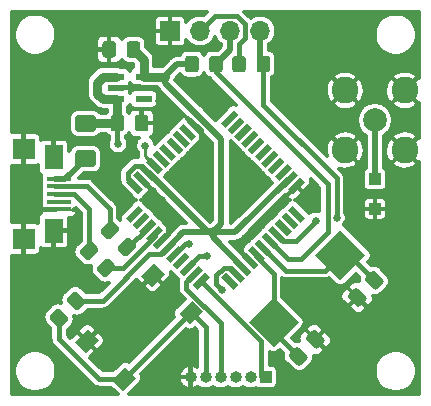
<source format=gbr>
%TF.GenerationSoftware,KiCad,Pcbnew,(5.1.6)-1*%
%TF.CreationDate,2020-09-15T00:55:32-05:00*%
%TF.ProjectId,nrg-control-box,6e72672d-636f-46e7-9472-6f6c2d626f78,B*%
%TF.SameCoordinates,Original*%
%TF.FileFunction,Copper,L1,Top*%
%TF.FilePolarity,Positive*%
%FSLAX46Y46*%
G04 Gerber Fmt 4.6, Leading zero omitted, Abs format (unit mm)*
G04 Created by KiCad (PCBNEW (5.1.6)-1) date 2020-09-15 00:55:32*
%MOMM*%
%LPD*%
G01*
G04 APERTURE LIST*
%TA.AperFunction,ComponentPad*%
%ADD10C,2.000000*%
%TD*%
%TA.AperFunction,ComponentPad*%
%ADD11C,2.250000*%
%TD*%
%TA.AperFunction,ComponentPad*%
%ADD12R,1.000000X1.000000*%
%TD*%
%TA.AperFunction,ComponentPad*%
%ADD13O,1.000000X1.000000*%
%TD*%
%TA.AperFunction,SMDPad,CuDef*%
%ADD14R,2.000000X0.400000*%
%TD*%
%TA.AperFunction,SMDPad,CuDef*%
%ADD15R,1.600000X2.100000*%
%TD*%
%TA.AperFunction,SMDPad,CuDef*%
%ADD16R,1.900000X1.800000*%
%TD*%
%TA.AperFunction,SMDPad,CuDef*%
%ADD17C,0.100000*%
%TD*%
%TA.AperFunction,SMDPad,CuDef*%
%ADD18R,1.370000X0.590000*%
%TD*%
%TA.AperFunction,ComponentPad*%
%ADD19R,1.700000X1.700000*%
%TD*%
%TA.AperFunction,ComponentPad*%
%ADD20O,1.700000X1.700000*%
%TD*%
%TA.AperFunction,SMDPad,CuDef*%
%ADD21R,1.000000X1.000000*%
%TD*%
%TA.AperFunction,ViaPad*%
%ADD22C,0.650000*%
%TD*%
%TA.AperFunction,ViaPad*%
%ADD23C,0.850000*%
%TD*%
%TA.AperFunction,Conductor*%
%ADD24C,0.400000*%
%TD*%
%TA.AperFunction,Conductor*%
%ADD25C,0.750000*%
%TD*%
%TA.AperFunction,Conductor*%
%ADD26C,0.500000*%
%TD*%
%TA.AperFunction,Conductor*%
%ADD27C,0.250000*%
%TD*%
%TA.AperFunction,Conductor*%
%ADD28C,0.350000*%
%TD*%
G04 APERTURE END LIST*
%TO.P,C5,1*%
%TO.N,VBUS*%
%TA.AperFunction,SMDPad,CuDef*%
G36*
G01*
X133875000Y-101950001D02*
X133875000Y-101049999D01*
G75*
G02*
X134124999Y-100800000I249999J0D01*
G01*
X134775001Y-100800000D01*
G75*
G02*
X135025000Y-101049999I0J-249999D01*
G01*
X135025000Y-101950001D01*
G75*
G02*
X134775001Y-102200000I-249999J0D01*
G01*
X134124999Y-102200000D01*
G75*
G02*
X133875000Y-101950001I0J249999D01*
G01*
G37*
%TD.AperFunction*%
%TO.P,C5,2*%
%TO.N,GND*%
%TA.AperFunction,SMDPad,CuDef*%
G36*
G01*
X135925000Y-101950001D02*
X135925000Y-101049999D01*
G75*
G02*
X136174999Y-100800000I249999J0D01*
G01*
X136825001Y-100800000D01*
G75*
G02*
X137075000Y-101049999I0J-249999D01*
G01*
X137075000Y-101950001D01*
G75*
G02*
X136825001Y-102200000I-249999J0D01*
G01*
X136174999Y-102200000D01*
G75*
G02*
X135925000Y-101950001I0J249999D01*
G01*
G37*
%TD.AperFunction*%
%TD*%
%TO.P,C6,1*%
%TO.N,GND*%
%TA.AperFunction,SMDPad,CuDef*%
G36*
G01*
X154661612Y-116974785D02*
X154025215Y-116338388D01*
G75*
G02*
X154025215Y-115984836I176776J176776D01*
G01*
X154484836Y-115525215D01*
G75*
G02*
X154838388Y-115525215I176776J-176776D01*
G01*
X155474785Y-116161612D01*
G75*
G02*
X155474785Y-116515164I-176776J-176776D01*
G01*
X155015164Y-116974785D01*
G75*
G02*
X154661612Y-116974785I-176776J176776D01*
G01*
G37*
%TD.AperFunction*%
%TO.P,C6,2*%
%TO.N,Net-(C6-Pad2)*%
%TA.AperFunction,SMDPad,CuDef*%
G36*
G01*
X156111180Y-115525217D02*
X155474783Y-114888820D01*
G75*
G02*
X155474783Y-114535268I176776J176776D01*
G01*
X155934404Y-114075647D01*
G75*
G02*
X156287956Y-114075647I176776J-176776D01*
G01*
X156924353Y-114712044D01*
G75*
G02*
X156924353Y-115065596I-176776J-176776D01*
G01*
X156464732Y-115525217D01*
G75*
G02*
X156111180Y-115525217I-176776J176776D01*
G01*
G37*
%TD.AperFunction*%
%TD*%
%TO.P,C7,2*%
%TO.N,GND*%
%TA.AperFunction,SMDPad,CuDef*%
G36*
G01*
X151111180Y-120525217D02*
X150474783Y-119888820D01*
G75*
G02*
X150474783Y-119535268I176776J176776D01*
G01*
X150934404Y-119075647D01*
G75*
G02*
X151287956Y-119075647I176776J-176776D01*
G01*
X151924353Y-119712044D01*
G75*
G02*
X151924353Y-120065596I-176776J-176776D01*
G01*
X151464732Y-120525217D01*
G75*
G02*
X151111180Y-120525217I-176776J176776D01*
G01*
G37*
%TD.AperFunction*%
%TO.P,C7,1*%
%TO.N,Net-(C7-Pad1)*%
%TA.AperFunction,SMDPad,CuDef*%
G36*
G01*
X149661612Y-121974785D02*
X149025215Y-121338388D01*
G75*
G02*
X149025215Y-120984836I176776J176776D01*
G01*
X149484836Y-120525215D01*
G75*
G02*
X149838388Y-120525215I176776J-176776D01*
G01*
X150474785Y-121161612D01*
G75*
G02*
X150474785Y-121515164I-176776J-176776D01*
G01*
X150015164Y-121974785D01*
G75*
G02*
X149661612Y-121974785I-176776J176776D01*
G01*
G37*
%TD.AperFunction*%
%TD*%
%TO.P,C8,2*%
%TO.N,GND*%
%TA.AperFunction,SMDPad,CuDef*%
G36*
G01*
X134325000Y-94799999D02*
X134325000Y-95700001D01*
G75*
G02*
X134075001Y-95950000I-249999J0D01*
G01*
X133424999Y-95950000D01*
G75*
G02*
X133175000Y-95700001I0J249999D01*
G01*
X133175000Y-94799999D01*
G75*
G02*
X133424999Y-94550000I249999J0D01*
G01*
X134075001Y-94550000D01*
G75*
G02*
X134325000Y-94799999I0J-249999D01*
G01*
G37*
%TD.AperFunction*%
%TO.P,C8,1*%
%TO.N,+3V3*%
%TA.AperFunction,SMDPad,CuDef*%
G36*
G01*
X136375000Y-94799999D02*
X136375000Y-95700001D01*
G75*
G02*
X136125001Y-95950000I-249999J0D01*
G01*
X135474999Y-95950000D01*
G75*
G02*
X135225000Y-95700001I0J249999D01*
G01*
X135225000Y-94799999D01*
G75*
G02*
X135474999Y-94550000I249999J0D01*
G01*
X136125001Y-94550000D01*
G75*
G02*
X136375000Y-94799999I0J-249999D01*
G01*
G37*
%TD.AperFunction*%
%TD*%
%TO.P,F1,1*%
%TO.N,VBUS*%
%TA.AperFunction,SMDPad,CuDef*%
G36*
G01*
X131125000Y-100812500D02*
X132375000Y-100812500D01*
G75*
G02*
X132625000Y-101062500I0J-250000D01*
G01*
X132625000Y-101987500D01*
G75*
G02*
X132375000Y-102237500I-250000J0D01*
G01*
X131125000Y-102237500D01*
G75*
G02*
X130875000Y-101987500I0J250000D01*
G01*
X130875000Y-101062500D01*
G75*
G02*
X131125000Y-100812500I250000J0D01*
G01*
G37*
%TD.AperFunction*%
%TO.P,F1,2*%
%TO.N,Net-(F1-Pad2)*%
%TA.AperFunction,SMDPad,CuDef*%
G36*
G01*
X131125000Y-103787500D02*
X132375000Y-103787500D01*
G75*
G02*
X132625000Y-104037500I0J-250000D01*
G01*
X132625000Y-104962500D01*
G75*
G02*
X132375000Y-105212500I-250000J0D01*
G01*
X131125000Y-105212500D01*
G75*
G02*
X130875000Y-104962500I0J250000D01*
G01*
X130875000Y-104037500D01*
G75*
G02*
X131125000Y-103787500I250000J0D01*
G01*
G37*
%TD.AperFunction*%
%TD*%
D10*
%TO.P,J2,1*%
%TO.N,Net-(D1-Pad1)*%
X156250000Y-101250000D03*
D11*
%TO.P,J2,2*%
%TO.N,GND*%
X158775000Y-98725000D03*
X153725000Y-98725000D03*
X153725000Y-103775000D03*
X158775000Y-103775000D03*
%TD*%
D12*
%TO.P,J3,1*%
%TO.N,ISP_MISO*%
X147000000Y-123000000D03*
D13*
%TO.P,J3,2*%
%TO.N,+3V3*%
X145730000Y-123000000D03*
%TO.P,J3,3*%
%TO.N,ISP_SCK*%
X144460000Y-123000000D03*
%TO.P,J3,4*%
%TO.N,ISP_MOSI*%
X143190000Y-123000000D03*
%TO.P,J3,5*%
%TO.N,ISP_RST*%
X141920000Y-123000000D03*
%TO.P,J3,6*%
%TO.N,GND*%
X140650000Y-123000000D03*
%TD*%
D14*
%TO.P,J4,3*%
%TO.N,Net-(J4-Pad3)*%
X129500000Y-107500000D03*
%TO.P,J4,4*%
%TO.N,Net-(J4-Pad4)*%
X129500000Y-108150000D03*
%TO.P,J4,5*%
%TO.N,GND*%
X129500000Y-108800000D03*
%TO.P,J4,1*%
%TO.N,Net-(F1-Pad2)*%
X129500000Y-106200000D03*
%TO.P,J4,2*%
%TO.N,Net-(J4-Pad2)*%
X129500000Y-106850000D03*
D15*
%TO.P,J4,6*%
%TO.N,GND*%
X129050000Y-110600000D03*
X129050000Y-104400000D03*
D16*
X126500000Y-103700000D03*
X126500000Y-111300000D03*
%TD*%
%TO.P,R1,2*%
%TO.N,+3V3*%
%TA.AperFunction,SMDPad,CuDef*%
G36*
G01*
X145325000Y-96049999D02*
X145325000Y-96950001D01*
G75*
G02*
X145075001Y-97200000I-249999J0D01*
G01*
X144424999Y-97200000D01*
G75*
G02*
X144175000Y-96950001I0J249999D01*
G01*
X144175000Y-96049999D01*
G75*
G02*
X144424999Y-95800000I249999J0D01*
G01*
X145075001Y-95800000D01*
G75*
G02*
X145325000Y-96049999I0J-249999D01*
G01*
G37*
%TD.AperFunction*%
%TO.P,R1,1*%
%TO.N,MCU_SDA*%
%TA.AperFunction,SMDPad,CuDef*%
G36*
G01*
X147375000Y-96049999D02*
X147375000Y-96950001D01*
G75*
G02*
X147125001Y-97200000I-249999J0D01*
G01*
X146474999Y-97200000D01*
G75*
G02*
X146225000Y-96950001I0J249999D01*
G01*
X146225000Y-96049999D01*
G75*
G02*
X146474999Y-95800000I249999J0D01*
G01*
X147125001Y-95800000D01*
G75*
G02*
X147375000Y-96049999I0J-249999D01*
G01*
G37*
%TD.AperFunction*%
%TD*%
%TO.P,R2,2*%
%TO.N,MCU_SCL*%
%TA.AperFunction,SMDPad,CuDef*%
G36*
G01*
X142225000Y-96950001D02*
X142225000Y-96049999D01*
G75*
G02*
X142474999Y-95800000I249999J0D01*
G01*
X143125001Y-95800000D01*
G75*
G02*
X143375000Y-96049999I0J-249999D01*
G01*
X143375000Y-96950001D01*
G75*
G02*
X143125001Y-97200000I-249999J0D01*
G01*
X142474999Y-97200000D01*
G75*
G02*
X142225000Y-96950001I0J249999D01*
G01*
G37*
%TD.AperFunction*%
%TO.P,R2,1*%
%TO.N,+3V3*%
%TA.AperFunction,SMDPad,CuDef*%
G36*
G01*
X140175000Y-96950001D02*
X140175000Y-96049999D01*
G75*
G02*
X140424999Y-95800000I249999J0D01*
G01*
X141075001Y-95800000D01*
G75*
G02*
X141325000Y-96049999I0J-249999D01*
G01*
X141325000Y-96950001D01*
G75*
G02*
X141075001Y-97200000I-249999J0D01*
G01*
X140424999Y-97200000D01*
G75*
G02*
X140175000Y-96950001I0J249999D01*
G01*
G37*
%TD.AperFunction*%
%TD*%
%TO.P,R6,2*%
%TO.N,+3V3*%
%TA.AperFunction,SMDPad,CuDef*%
G36*
G01*
X130861180Y-117275217D02*
X130224783Y-116638820D01*
G75*
G02*
X130224783Y-116285268I176776J176776D01*
G01*
X130684404Y-115825647D01*
G75*
G02*
X131037956Y-115825647I176776J-176776D01*
G01*
X131674353Y-116462044D01*
G75*
G02*
X131674353Y-116815596I-176776J-176776D01*
G01*
X131214732Y-117275217D01*
G75*
G02*
X130861180Y-117275217I-176776J176776D01*
G01*
G37*
%TD.AperFunction*%
%TO.P,R6,1*%
%TO.N,ISP_RST*%
%TA.AperFunction,SMDPad,CuDef*%
G36*
G01*
X129411612Y-118724785D02*
X128775215Y-118088388D01*
G75*
G02*
X128775215Y-117734836I176776J176776D01*
G01*
X129234836Y-117275215D01*
G75*
G02*
X129588388Y-117275215I176776J-176776D01*
G01*
X130224785Y-117911612D01*
G75*
G02*
X130224785Y-118265164I-176776J-176776D01*
G01*
X129765164Y-118724785D01*
G75*
G02*
X129411612Y-118724785I-176776J176776D01*
G01*
G37*
%TD.AperFunction*%
%TD*%
%TO.P,R7,1*%
%TO.N,Net-(R7-Pad1)*%
%TA.AperFunction,SMDPad,CuDef*%
G36*
G01*
X134224785Y-113838388D02*
X133588388Y-114474785D01*
G75*
G02*
X133234836Y-114474785I-176776J176776D01*
G01*
X132775215Y-114015164D01*
G75*
G02*
X132775215Y-113661612I176776J176776D01*
G01*
X133411612Y-113025215D01*
G75*
G02*
X133765164Y-113025215I176776J-176776D01*
G01*
X134224785Y-113484836D01*
G75*
G02*
X134224785Y-113838388I-176776J-176776D01*
G01*
G37*
%TD.AperFunction*%
%TO.P,R7,2*%
%TO.N,Net-(J4-Pad3)*%
%TA.AperFunction,SMDPad,CuDef*%
G36*
G01*
X132775217Y-112388820D02*
X132138820Y-113025217D01*
G75*
G02*
X131785268Y-113025217I-176776J176776D01*
G01*
X131325647Y-112565596D01*
G75*
G02*
X131325647Y-112212044I176776J176776D01*
G01*
X131962044Y-111575647D01*
G75*
G02*
X132315596Y-111575647I176776J-176776D01*
G01*
X132775217Y-112035268D01*
G75*
G02*
X132775217Y-112388820I-176776J-176776D01*
G01*
G37*
%TD.AperFunction*%
%TD*%
%TO.P,R8,1*%
%TO.N,Net-(J4-Pad2)*%
%TA.AperFunction,SMDPad,CuDef*%
G36*
G01*
X133075647Y-110462044D02*
X133712044Y-109825647D01*
G75*
G02*
X134065596Y-109825647I176776J-176776D01*
G01*
X134525217Y-110285268D01*
G75*
G02*
X134525217Y-110638820I-176776J-176776D01*
G01*
X133888820Y-111275217D01*
G75*
G02*
X133535268Y-111275217I-176776J176776D01*
G01*
X133075647Y-110815596D01*
G75*
G02*
X133075647Y-110462044I176776J176776D01*
G01*
G37*
%TD.AperFunction*%
%TO.P,R8,2*%
%TO.N,Net-(R8-Pad2)*%
%TA.AperFunction,SMDPad,CuDef*%
G36*
G01*
X134525215Y-111911612D02*
X135161612Y-111275215D01*
G75*
G02*
X135515164Y-111275215I176776J-176776D01*
G01*
X135974785Y-111734836D01*
G75*
G02*
X135974785Y-112088388I-176776J-176776D01*
G01*
X135338388Y-112724785D01*
G75*
G02*
X134984836Y-112724785I-176776J176776D01*
G01*
X134525215Y-112265164D01*
G75*
G02*
X134525215Y-111911612I176776J176776D01*
G01*
G37*
%TD.AperFunction*%
%TD*%
%TA.AperFunction,SMDPad,CuDef*%
D17*
%TO.P,SW1,2*%
%TO.N,GND*%
G36*
X137561683Y-113337098D02*
G01*
X138480922Y-114256337D01*
X137384907Y-115352352D01*
X136465668Y-114433113D01*
X137561683Y-113337098D01*
G37*
%TD.AperFunction*%
%TA.AperFunction,SMDPad,CuDef*%
%TO.P,SW1,1*%
%TO.N,ISP_RST*%
G36*
X140743663Y-116519078D02*
G01*
X141662902Y-117438317D01*
X140566887Y-118534332D01*
X139647648Y-117615093D01*
X140743663Y-116519078D01*
G37*
%TD.AperFunction*%
%TA.AperFunction,SMDPad,CuDef*%
G36*
X135115093Y-122147648D02*
G01*
X136034332Y-123066887D01*
X134938317Y-124162902D01*
X134019078Y-123243663D01*
X135115093Y-122147648D01*
G37*
%TD.AperFunction*%
%TA.AperFunction,SMDPad,CuDef*%
%TO.P,SW1,2*%
%TO.N,GND*%
G36*
X131933113Y-118965668D02*
G01*
X132852352Y-119884907D01*
X131756337Y-120980922D01*
X130837098Y-120061683D01*
X131933113Y-118965668D01*
G37*
%TD.AperFunction*%
%TD*%
%TA.AperFunction,SMDPad,CuDef*%
%TO.P,U3,1*%
%TO.N,Net-(U3-Pad1)*%
G36*
X135555188Y-109926866D02*
G01*
X135166280Y-109537958D01*
X136226940Y-108477298D01*
X136615848Y-108866206D01*
X135555188Y-109926866D01*
G37*
%TD.AperFunction*%
%TA.AperFunction,SMDPad,CuDef*%
%TO.P,U3,2*%
%TO.N,Net-(U3-Pad2)*%
G36*
X136120874Y-110492551D02*
G01*
X135731966Y-110103643D01*
X136792626Y-109042983D01*
X137181534Y-109431891D01*
X136120874Y-110492551D01*
G37*
%TD.AperFunction*%
%TA.AperFunction,SMDPad,CuDef*%
%TO.P,U3,3*%
%TO.N,Net-(R8-Pad2)*%
G36*
X136686559Y-111058236D02*
G01*
X136297651Y-110669328D01*
X137358311Y-109608668D01*
X137747219Y-109997576D01*
X136686559Y-111058236D01*
G37*
%TD.AperFunction*%
%TA.AperFunction,SMDPad,CuDef*%
%TO.P,U3,4*%
%TO.N,Net-(R7-Pad1)*%
G36*
X137252244Y-111623922D02*
G01*
X136863336Y-111235014D01*
X137923996Y-110174354D01*
X138312904Y-110563262D01*
X137252244Y-111623922D01*
G37*
%TD.AperFunction*%
%TA.AperFunction,SMDPad,CuDef*%
%TO.P,U3,5*%
%TO.N,GND*%
G36*
X137817930Y-112189607D02*
G01*
X137429022Y-111800699D01*
X138489682Y-110740039D01*
X138878590Y-111128947D01*
X137817930Y-112189607D01*
G37*
%TD.AperFunction*%
%TA.AperFunction,SMDPad,CuDef*%
%TO.P,U3,6*%
%TO.N,+3V3*%
G36*
X138383615Y-112755293D02*
G01*
X137994707Y-112366385D01*
X139055367Y-111305725D01*
X139444275Y-111694633D01*
X138383615Y-112755293D01*
G37*
%TD.AperFunction*%
%TA.AperFunction,SMDPad,CuDef*%
%TO.P,U3,7*%
%TO.N,VBUS*%
G36*
X138949301Y-113320978D02*
G01*
X138560393Y-112932070D01*
X139621053Y-111871410D01*
X140009961Y-112260318D01*
X138949301Y-113320978D01*
G37*
%TD.AperFunction*%
%TA.AperFunction,SMDPad,CuDef*%
%TO.P,U3,8*%
%TO.N,Net-(U3-Pad8)*%
G36*
X139514986Y-113886664D02*
G01*
X139126078Y-113497756D01*
X140186738Y-112437096D01*
X140575646Y-112826004D01*
X139514986Y-113886664D01*
G37*
%TD.AperFunction*%
%TA.AperFunction,SMDPad,CuDef*%
%TO.P,U3,9*%
%TO.N,ISP_SCK*%
G36*
X140080672Y-114452349D02*
G01*
X139691764Y-114063441D01*
X140752424Y-113002781D01*
X141141332Y-113391689D01*
X140080672Y-114452349D01*
G37*
%TD.AperFunction*%
%TA.AperFunction,SMDPad,CuDef*%
%TO.P,U3,10*%
%TO.N,ISP_MOSI*%
G36*
X140646357Y-115018034D02*
G01*
X140257449Y-114629126D01*
X141318109Y-113568466D01*
X141707017Y-113957374D01*
X140646357Y-115018034D01*
G37*
%TD.AperFunction*%
%TA.AperFunction,SMDPad,CuDef*%
%TO.P,U3,11*%
%TO.N,ISP_MISO*%
G36*
X141212042Y-115583720D02*
G01*
X140823134Y-115194812D01*
X141883794Y-114134152D01*
X142272702Y-114523060D01*
X141212042Y-115583720D01*
G37*
%TD.AperFunction*%
%TA.AperFunction,SMDPad,CuDef*%
%TO.P,U3,12*%
%TO.N,Net-(U3-Pad12)*%
G36*
X144676866Y-115194812D02*
G01*
X144287958Y-115583720D01*
X143227298Y-114523060D01*
X143616206Y-114134152D01*
X144676866Y-115194812D01*
G37*
%TD.AperFunction*%
%TA.AperFunction,SMDPad,CuDef*%
%TO.P,U3,13*%
%TO.N,ISP_RST*%
G36*
X145242551Y-114629126D02*
G01*
X144853643Y-115018034D01*
X143792983Y-113957374D01*
X144181891Y-113568466D01*
X145242551Y-114629126D01*
G37*
%TD.AperFunction*%
%TA.AperFunction,SMDPad,CuDef*%
%TO.P,U3,14*%
%TO.N,+3V3*%
G36*
X145808236Y-114063441D02*
G01*
X145419328Y-114452349D01*
X144358668Y-113391689D01*
X144747576Y-113002781D01*
X145808236Y-114063441D01*
G37*
%TD.AperFunction*%
%TA.AperFunction,SMDPad,CuDef*%
%TO.P,U3,15*%
%TO.N,GND*%
G36*
X146373922Y-113497756D02*
G01*
X145985014Y-113886664D01*
X144924354Y-112826004D01*
X145313262Y-112437096D01*
X146373922Y-113497756D01*
G37*
%TD.AperFunction*%
%TA.AperFunction,SMDPad,CuDef*%
%TO.P,U3,16*%
%TO.N,Net-(C7-Pad1)*%
G36*
X146939607Y-112932070D02*
G01*
X146550699Y-113320978D01*
X145490039Y-112260318D01*
X145878947Y-111871410D01*
X146939607Y-112932070D01*
G37*
%TD.AperFunction*%
%TA.AperFunction,SMDPad,CuDef*%
%TO.P,U3,17*%
%TO.N,Net-(C6-Pad2)*%
G36*
X147505293Y-112366385D02*
G01*
X147116385Y-112755293D01*
X146055725Y-111694633D01*
X146444633Y-111305725D01*
X147505293Y-112366385D01*
G37*
%TD.AperFunction*%
%TA.AperFunction,SMDPad,CuDef*%
%TO.P,U3,18*%
%TO.N,MCU_SCL*%
G36*
X148070978Y-111800699D02*
G01*
X147682070Y-112189607D01*
X146621410Y-111128947D01*
X147010318Y-110740039D01*
X148070978Y-111800699D01*
G37*
%TD.AperFunction*%
%TA.AperFunction,SMDPad,CuDef*%
%TO.P,U3,19*%
%TO.N,MCU_SDA*%
G36*
X148636664Y-111235014D02*
G01*
X148247756Y-111623922D01*
X147187096Y-110563262D01*
X147576004Y-110174354D01*
X148636664Y-111235014D01*
G37*
%TD.AperFunction*%
%TA.AperFunction,SMDPad,CuDef*%
%TO.P,U3,20*%
%TO.N,Net-(U3-Pad20)*%
G36*
X149202349Y-110669328D02*
G01*
X148813441Y-111058236D01*
X147752781Y-109997576D01*
X148141689Y-109608668D01*
X149202349Y-110669328D01*
G37*
%TD.AperFunction*%
%TA.AperFunction,SMDPad,CuDef*%
%TO.P,U3,21*%
%TO.N,Net-(U3-Pad21)*%
G36*
X149768034Y-110103643D02*
G01*
X149379126Y-110492551D01*
X148318466Y-109431891D01*
X148707374Y-109042983D01*
X149768034Y-110103643D01*
G37*
%TD.AperFunction*%
%TA.AperFunction,SMDPad,CuDef*%
%TO.P,U3,22*%
%TO.N,Net-(U3-Pad22)*%
G36*
X150333720Y-109537958D02*
G01*
X149944812Y-109926866D01*
X148884152Y-108866206D01*
X149273060Y-108477298D01*
X150333720Y-109537958D01*
G37*
%TD.AperFunction*%
%TA.AperFunction,SMDPad,CuDef*%
%TO.P,U3,23*%
%TO.N,GND*%
G36*
X149273060Y-107522702D02*
G01*
X148884152Y-107133794D01*
X149944812Y-106073134D01*
X150333720Y-106462042D01*
X149273060Y-107522702D01*
G37*
%TD.AperFunction*%
%TA.AperFunction,SMDPad,CuDef*%
%TO.P,U3,24*%
%TO.N,+3V3*%
G36*
X148707374Y-106957017D02*
G01*
X148318466Y-106568109D01*
X149379126Y-105507449D01*
X149768034Y-105896357D01*
X148707374Y-106957017D01*
G37*
%TD.AperFunction*%
%TA.AperFunction,SMDPad,CuDef*%
%TO.P,U3,25*%
%TO.N,Net-(U3-Pad25)*%
G36*
X148141689Y-106391332D02*
G01*
X147752781Y-106002424D01*
X148813441Y-104941764D01*
X149202349Y-105330672D01*
X148141689Y-106391332D01*
G37*
%TD.AperFunction*%
%TA.AperFunction,SMDPad,CuDef*%
%TO.P,U3,26*%
%TO.N,Net-(U3-Pad26)*%
G36*
X147576004Y-105825646D02*
G01*
X147187096Y-105436738D01*
X148247756Y-104376078D01*
X148636664Y-104764986D01*
X147576004Y-105825646D01*
G37*
%TD.AperFunction*%
%TA.AperFunction,SMDPad,CuDef*%
%TO.P,U3,27*%
%TO.N,Net-(U3-Pad27)*%
G36*
X147010318Y-105259961D02*
G01*
X146621410Y-104871053D01*
X147682070Y-103810393D01*
X148070978Y-104199301D01*
X147010318Y-105259961D01*
G37*
%TD.AperFunction*%
%TA.AperFunction,SMDPad,CuDef*%
%TO.P,U3,28*%
%TO.N,Net-(U3-Pad28)*%
G36*
X146444633Y-104694275D02*
G01*
X146055725Y-104305367D01*
X147116385Y-103244707D01*
X147505293Y-103633615D01*
X146444633Y-104694275D01*
G37*
%TD.AperFunction*%
%TA.AperFunction,SMDPad,CuDef*%
%TO.P,U3,29*%
%TO.N,Net-(U3-Pad29)*%
G36*
X145878947Y-104128590D02*
G01*
X145490039Y-103739682D01*
X146550699Y-102679022D01*
X146939607Y-103067930D01*
X145878947Y-104128590D01*
G37*
%TD.AperFunction*%
%TA.AperFunction,SMDPad,CuDef*%
%TO.P,U3,30*%
%TO.N,Net-(U3-Pad30)*%
G36*
X145313262Y-103562904D02*
G01*
X144924354Y-103173996D01*
X145985014Y-102113336D01*
X146373922Y-102502244D01*
X145313262Y-103562904D01*
G37*
%TD.AperFunction*%
%TA.AperFunction,SMDPad,CuDef*%
%TO.P,U3,31*%
%TO.N,Net-(U3-Pad31)*%
G36*
X144747576Y-102997219D02*
G01*
X144358668Y-102608311D01*
X145419328Y-101547651D01*
X145808236Y-101936559D01*
X144747576Y-102997219D01*
G37*
%TD.AperFunction*%
%TA.AperFunction,SMDPad,CuDef*%
%TO.P,U3,32*%
%TO.N,Net-(U3-Pad32)*%
G36*
X144181891Y-102431534D02*
G01*
X143792983Y-102042626D01*
X144853643Y-100981966D01*
X145242551Y-101370874D01*
X144181891Y-102431534D01*
G37*
%TD.AperFunction*%
%TA.AperFunction,SMDPad,CuDef*%
%TO.P,U3,33*%
%TO.N,Net-(U3-Pad33)*%
G36*
X143616206Y-101865848D02*
G01*
X143227298Y-101476940D01*
X144287958Y-100416280D01*
X144676866Y-100805188D01*
X143616206Y-101865848D01*
G37*
%TD.AperFunction*%
%TA.AperFunction,SMDPad,CuDef*%
%TO.P,U3,34*%
%TO.N,+3V3*%
G36*
X142272702Y-101476940D02*
G01*
X141883794Y-101865848D01*
X140823134Y-100805188D01*
X141212042Y-100416280D01*
X142272702Y-101476940D01*
G37*
%TD.AperFunction*%
%TA.AperFunction,SMDPad,CuDef*%
%TO.P,U3,35*%
%TO.N,GND*%
G36*
X141707017Y-102042626D02*
G01*
X141318109Y-102431534D01*
X140257449Y-101370874D01*
X140646357Y-100981966D01*
X141707017Y-102042626D01*
G37*
%TD.AperFunction*%
%TA.AperFunction,SMDPad,CuDef*%
%TO.P,U3,36*%
%TO.N,Net-(U3-Pad36)*%
G36*
X141141332Y-102608311D02*
G01*
X140752424Y-102997219D01*
X139691764Y-101936559D01*
X140080672Y-101547651D01*
X141141332Y-102608311D01*
G37*
%TD.AperFunction*%
%TA.AperFunction,SMDPad,CuDef*%
%TO.P,U3,37*%
%TO.N,Net-(U3-Pad37)*%
G36*
X140575646Y-103173996D02*
G01*
X140186738Y-103562904D01*
X139126078Y-102502244D01*
X139514986Y-102113336D01*
X140575646Y-103173996D01*
G37*
%TD.AperFunction*%
%TA.AperFunction,SMDPad,CuDef*%
%TO.P,U3,38*%
%TO.N,Net-(U3-Pad38)*%
G36*
X140009961Y-103739682D02*
G01*
X139621053Y-104128590D01*
X138560393Y-103067930D01*
X138949301Y-102679022D01*
X140009961Y-103739682D01*
G37*
%TD.AperFunction*%
%TA.AperFunction,SMDPad,CuDef*%
%TO.P,U3,39*%
%TO.N,Net-(U3-Pad39)*%
G36*
X139444275Y-104305367D02*
G01*
X139055367Y-104694275D01*
X137994707Y-103633615D01*
X138383615Y-103244707D01*
X139444275Y-104305367D01*
G37*
%TD.AperFunction*%
%TA.AperFunction,SMDPad,CuDef*%
%TO.P,U3,40*%
%TO.N,Net-(U3-Pad40)*%
G36*
X138878590Y-104871053D02*
G01*
X138489682Y-105259961D01*
X137429022Y-104199301D01*
X137817930Y-103810393D01*
X138878590Y-104871053D01*
G37*
%TD.AperFunction*%
%TA.AperFunction,SMDPad,CuDef*%
%TO.P,U3,41*%
%TO.N,Net-(R5-Pad1)*%
G36*
X138312904Y-105436738D02*
G01*
X137923996Y-105825646D01*
X136863336Y-104764986D01*
X137252244Y-104376078D01*
X138312904Y-105436738D01*
G37*
%TD.AperFunction*%
%TA.AperFunction,SMDPad,CuDef*%
%TO.P,U3,42*%
%TO.N,+3V3*%
G36*
X137747219Y-106002424D02*
G01*
X137358311Y-106391332D01*
X136297651Y-105330672D01*
X136686559Y-104941764D01*
X137747219Y-106002424D01*
G37*
%TD.AperFunction*%
%TA.AperFunction,SMDPad,CuDef*%
%TO.P,U3,43*%
%TO.N,GND*%
G36*
X137181534Y-106568109D02*
G01*
X136792626Y-106957017D01*
X135731966Y-105896357D01*
X136120874Y-105507449D01*
X137181534Y-106568109D01*
G37*
%TD.AperFunction*%
%TA.AperFunction,SMDPad,CuDef*%
%TO.P,U3,44*%
%TO.N,+3V3*%
G36*
X136615848Y-107133794D02*
G01*
X136226940Y-107522702D01*
X135166280Y-106462042D01*
X135555188Y-106073134D01*
X136615848Y-107133794D01*
G37*
%TD.AperFunction*%
%TD*%
D18*
%TO.P,U4,1*%
%TO.N,VBUS*%
X134325000Y-97550000D03*
%TO.P,U4,2*%
%TO.N,GND*%
X134325000Y-98500000D03*
%TO.P,U4,3*%
%TO.N,VBUS*%
X134325000Y-99450000D03*
%TO.P,U4,4*%
%TO.N,N/C*%
X136675000Y-99450000D03*
%TO.P,U4,5*%
%TO.N,+3V3*%
X136675000Y-97550000D03*
%TD*%
%TA.AperFunction,SMDPad,CuDef*%
D17*
%TO.P,Y1,1*%
%TO.N,Net-(C6-Pad2)*%
G36*
X153328427Y-110550253D02*
G01*
X155449747Y-112671573D01*
X153328427Y-114792893D01*
X151207107Y-112671573D01*
X153328427Y-110550253D01*
G37*
%TD.AperFunction*%
%TA.AperFunction,SMDPad,CuDef*%
%TO.P,Y1,2*%
%TO.N,Net-(C7-Pad1)*%
G36*
X147671573Y-116207107D02*
G01*
X149792893Y-118328427D01*
X147671573Y-120449747D01*
X145550253Y-118328427D01*
X147671573Y-116207107D01*
G37*
%TD.AperFunction*%
%TD*%
D19*
%TO.P,J1,1*%
%TO.N,GND*%
X138900000Y-93700000D03*
D20*
%TO.P,J1,2*%
%TO.N,+3V3*%
X141440000Y-93700000D03*
%TO.P,J1,3*%
%TO.N,MCU_SCL*%
X143980000Y-93700000D03*
%TO.P,J1,4*%
%TO.N,MCU_SDA*%
X146520000Y-93700000D03*
%TD*%
D21*
%TO.P,D1,1*%
%TO.N,Net-(D1-Pad1)*%
X156250000Y-106250000D03*
%TO.P,D1,2*%
%TO.N,GND*%
X156250000Y-108750000D03*
%TD*%
D22*
%TO.N,GND*%
X125750000Y-97000000D03*
X125750000Y-98000000D03*
X125750000Y-99000000D03*
X125750000Y-100000000D03*
X125750000Y-101000000D03*
X125750000Y-102000000D03*
X125750000Y-105500000D03*
X125750000Y-106500000D03*
X125750000Y-107500000D03*
X125750000Y-108500000D03*
X125750000Y-109500000D03*
X125750000Y-119500000D03*
X125750000Y-118500000D03*
X125750000Y-117500000D03*
X125750000Y-116500000D03*
X125750000Y-115500000D03*
X125750000Y-114500000D03*
X125750000Y-113500000D03*
X130500000Y-124250000D03*
X131500000Y-124250000D03*
X132500000Y-124250000D03*
X133500000Y-124250000D03*
X136750000Y-124250000D03*
X137750000Y-124250000D03*
X138750000Y-124250000D03*
X155000000Y-124250000D03*
X154000000Y-124250000D03*
X153000000Y-124250000D03*
X152000000Y-124250000D03*
X151000000Y-124250000D03*
X150000000Y-124250000D03*
X149000000Y-124250000D03*
X159750000Y-119500000D03*
X159750000Y-118500000D03*
X159750000Y-117500000D03*
X159750000Y-116500000D03*
X159750000Y-115500000D03*
X159750000Y-114500000D03*
X159750000Y-113500000D03*
X159750000Y-112500000D03*
X159750000Y-111500000D03*
X159750000Y-110500000D03*
X159750000Y-109500000D03*
X159750000Y-108500000D03*
X159750000Y-107500000D03*
X159750000Y-106500000D03*
X159750000Y-105500000D03*
X159750000Y-97000000D03*
X155000000Y-92250000D03*
X154000000Y-92250000D03*
X153000000Y-92250000D03*
X152000000Y-92250000D03*
X130500000Y-92250000D03*
X131500000Y-92250000D03*
X132500000Y-92250000D03*
X133500000Y-92250000D03*
X134500000Y-92250000D03*
X135500000Y-92250000D03*
X136500000Y-92250000D03*
X137500000Y-107250000D03*
X138250000Y-108000000D03*
X137000000Y-108000000D03*
X137750000Y-108750000D03*
X142250000Y-100250000D03*
X140000000Y-105500000D03*
X141000000Y-105500000D03*
X144250000Y-105500000D03*
X145250000Y-105500000D03*
X146250000Y-105500000D03*
X147000000Y-106250000D03*
X145250000Y-111250000D03*
X146000000Y-110500000D03*
X148500000Y-108000000D03*
X147750000Y-108750000D03*
X147000000Y-109500000D03*
X133250000Y-118500000D03*
X134000000Y-117750000D03*
X134750000Y-117000000D03*
X135500000Y-116250000D03*
X136250000Y-115500000D03*
X151250000Y-95500000D03*
X143250000Y-100250000D03*
X138000000Y-101200000D03*
X138600000Y-100400000D03*
X138000000Y-99600000D03*
%TO.N,+3V3*%
X138500000Y-97500000D03*
D23*
X142500000Y-110750000D03*
D22*
%TO.N,VBUS*%
X134500000Y-103250000D03*
X140500000Y-111750000D03*
%TO.N,MCU_SDA*%
X153000000Y-109500000D03*
X151250000Y-109750000D03*
%TO.N,ISP_SCK*%
X142000000Y-112750000D03*
%TO.N,ISP_RST*%
X143340715Y-115659285D03*
%TO.N,Net-(R5-Pad1)*%
X136800000Y-103400000D03*
%TD*%
D24*
%TO.N,GND*%
X136482233Y-106232233D02*
X137500000Y-107250000D01*
X136456750Y-106232233D02*
X136482233Y-106232233D01*
X137500000Y-107250000D02*
X138250000Y-108000000D01*
X141541342Y-104958658D02*
X141000000Y-105500000D01*
X141541342Y-102089098D02*
X141541342Y-104958658D01*
X141158994Y-101706750D02*
X141541342Y-102089098D01*
X140982233Y-101706750D02*
X141158994Y-101706750D01*
X144925001Y-112437743D02*
X145649138Y-113161880D01*
X144925001Y-111574999D02*
X144925001Y-112437743D01*
X145250000Y-111250000D02*
X144925001Y-111574999D01*
X138712914Y-109712914D02*
X137750000Y-108750000D01*
X138712914Y-110905715D02*
X138712914Y-109712914D01*
X138153806Y-111464823D02*
X138712914Y-110905715D01*
X126050000Y-108800000D02*
X125750000Y-108500000D01*
X129175000Y-108800000D02*
X126050000Y-108800000D01*
D25*
%TO.N,+3V3*%
X136675000Y-96125000D02*
X135800000Y-95250000D01*
X136675000Y-97550000D02*
X136675000Y-96125000D01*
X136675000Y-97550000D02*
X138450000Y-97550000D01*
X138450000Y-97550000D02*
X138500000Y-97500000D01*
D26*
X138719491Y-112030509D02*
X140000000Y-110750000D01*
X140000000Y-110750000D02*
X142500000Y-110750000D01*
X142500000Y-111144113D02*
X142500000Y-110750000D01*
X145083452Y-113727565D02*
X142500000Y-111144113D01*
X144419433Y-110750000D02*
X142500000Y-110750000D01*
X148937200Y-106232233D02*
X144419433Y-110750000D01*
X149043250Y-106232233D02*
X148937200Y-106232233D01*
X142105887Y-110750000D02*
X142500000Y-110750000D01*
X137022435Y-105666548D02*
X142105887Y-110750000D01*
D24*
X135331956Y-105730667D02*
X135955184Y-105107439D01*
X135955184Y-105107439D02*
X136463326Y-105107439D01*
X135331956Y-106238810D02*
X135331956Y-105730667D01*
X136463326Y-105107439D02*
X137022435Y-105666548D01*
X135891064Y-106797918D02*
X135331956Y-106238810D01*
X130949568Y-116550432D02*
X133199568Y-116550432D01*
X138160383Y-112589617D02*
X138719491Y-112030509D01*
X137160383Y-112589617D02*
X138160383Y-112589617D01*
X133199568Y-116550432D02*
X137160383Y-112589617D01*
D26*
X138500000Y-98093146D02*
X138500000Y-97500000D01*
X141547918Y-101141064D02*
X138500000Y-98093146D01*
X139500000Y-96500000D02*
X138500000Y-97500000D01*
X140750000Y-96500000D02*
X139500000Y-96500000D01*
D24*
X142690001Y-92449999D02*
X141440000Y-93700000D01*
X144580001Y-92449999D02*
X142690001Y-92449999D01*
X145230001Y-93099999D02*
X144580001Y-92449999D01*
X145230001Y-94300001D02*
X145230001Y-93099999D01*
X144750000Y-94780002D02*
X145230001Y-94300001D01*
X144750000Y-96500000D02*
X144750000Y-94780002D01*
D26*
X141547918Y-101141064D02*
X143250000Y-102843146D01*
X143250000Y-110000000D02*
X142500000Y-110750000D01*
X143250000Y-102843146D02*
X143250000Y-110000000D01*
D25*
%TO.N,VBUS*%
X134425000Y-101525000D02*
X134450000Y-101500000D01*
X131750000Y-101525000D02*
X134425000Y-101525000D01*
X134450000Y-99575000D02*
X134325000Y-99450000D01*
X134450000Y-101500000D02*
X134450000Y-99575000D01*
X134325000Y-99450000D02*
X133200000Y-99450000D01*
X133200000Y-99450000D02*
X132750000Y-99000000D01*
X133259998Y-97550000D02*
X134325000Y-97550000D01*
X132750000Y-98059998D02*
X133259998Y-97550000D01*
X132750000Y-99000000D02*
X132750000Y-98059998D01*
D24*
X134450000Y-101500000D02*
X134450000Y-103200000D01*
X134450000Y-103200000D02*
X134500000Y-103250000D01*
X140131371Y-111750000D02*
X139285177Y-112596194D01*
X140500000Y-111750000D02*
X140131371Y-111750000D01*
%TO.N,Net-(C6-Pad2)*%
X154070709Y-112671573D02*
X156199568Y-114800432D01*
X153328427Y-112671573D02*
X154070709Y-112671573D01*
X146780509Y-112030509D02*
X148750000Y-114000000D01*
X152000000Y-114000000D02*
X153328427Y-112671573D01*
X148750000Y-114000000D02*
X152000000Y-114000000D01*
%TO.N,Net-(C7-Pad1)*%
X147671573Y-114229705D02*
X147671573Y-118328427D01*
X146214823Y-112772955D02*
X147671573Y-114229705D01*
X146214823Y-112596194D02*
X146214823Y-112772955D01*
X147671573Y-119171573D02*
X149750000Y-121250000D01*
X147671573Y-118328427D02*
X147671573Y-119171573D01*
D26*
%TO.N,Net-(D1-Pad1)*%
X156250000Y-101250000D02*
X156250000Y-106250000D01*
%TO.N,Net-(F1-Pad2)*%
X130050000Y-106200000D02*
X131750000Y-104500000D01*
X129175000Y-106200000D02*
X130050000Y-106200000D01*
%TO.N,MCU_SCL*%
X143980000Y-95320000D02*
X142800000Y-96500000D01*
X143980000Y-93700000D02*
X143980000Y-95320000D01*
D24*
X142800000Y-97200000D02*
X152250000Y-106650000D01*
X142800000Y-96500000D02*
X142800000Y-97200000D01*
X152250000Y-106650000D02*
X152250000Y-110750000D01*
X152250000Y-110750000D02*
X150000000Y-113000000D01*
X148881371Y-113000000D02*
X147346194Y-111464823D01*
X150000000Y-113000000D02*
X148881371Y-113000000D01*
D26*
%TO.N,MCU_SDA*%
X146520000Y-96220000D02*
X146800000Y-96500000D01*
X146520000Y-93700000D02*
X146520000Y-96220000D01*
D24*
X153000000Y-106151458D02*
X153000000Y-109500000D01*
X146800000Y-96500000D02*
X146800000Y-99951458D01*
X146800000Y-99951458D02*
X153000000Y-106151458D01*
X148470988Y-111458246D02*
X147911880Y-110899138D01*
X149541754Y-111458246D02*
X148470988Y-111458246D01*
X151250000Y-109750000D02*
X149541754Y-111458246D01*
%TO.N,ISP_MISO*%
X141547918Y-114891794D02*
X141547918Y-114858936D01*
X146630001Y-119973877D02*
X141547918Y-114891794D01*
X146630001Y-122880001D02*
X146630001Y-119973877D01*
X146750000Y-123000000D02*
X146630001Y-122880001D01*
X147000000Y-123000000D02*
X146750000Y-123000000D01*
%TO.N,ISP_SCK*%
X141394113Y-112750000D02*
X140416548Y-113727565D01*
X142000000Y-112750000D02*
X141394113Y-112750000D01*
%TO.N,ISP_MOSI*%
X143190000Y-118399714D02*
X140290286Y-115500000D01*
X143190000Y-123000000D02*
X143190000Y-118399714D01*
X140290286Y-114985197D02*
X140982233Y-114293250D01*
X140290286Y-115500000D02*
X140290286Y-114985197D01*
%TO.N,ISP_RST*%
X135026705Y-123155275D02*
X132905275Y-123155275D01*
X129500000Y-119750000D02*
X129500000Y-118000000D01*
X132905275Y-123155275D02*
X129500000Y-119750000D01*
X141920000Y-118791430D02*
X141920000Y-123000000D01*
X140655275Y-117526705D02*
X141920000Y-118791430D01*
X135026705Y-123155275D02*
X140655275Y-117526705D01*
X143958659Y-113734142D02*
X143450516Y-113734142D01*
X143450516Y-113734142D02*
X142827288Y-114357370D01*
X144517767Y-114293250D02*
X143958659Y-113734142D01*
X142827288Y-114357370D02*
X142827288Y-115145858D01*
X142827288Y-115145858D02*
X143340715Y-115659285D01*
%TO.N,Net-(J4-Pad3)*%
X132050432Y-108780430D02*
X132050432Y-112300432D01*
X130770002Y-107500000D02*
X132050432Y-108780430D01*
X129175000Y-107500000D02*
X130770002Y-107500000D01*
%TO.N,Net-(J4-Pad2)*%
X129175000Y-106850000D02*
X131850000Y-106850000D01*
X133800432Y-108800432D02*
X133800432Y-110550432D01*
X131850000Y-106850000D02*
X133800432Y-108800432D01*
D27*
%TO.N,Net-(R5-Pad1)*%
X136800000Y-104312742D02*
X137588120Y-105100862D01*
X136800000Y-103400000D02*
X136800000Y-104312742D01*
D24*
%TO.N,Net-(R7-Pad1)*%
X137588120Y-111040754D02*
X137588120Y-110899138D01*
X134878874Y-113750000D02*
X137588120Y-111040754D01*
X133500000Y-113750000D02*
X134878874Y-113750000D01*
%TO.N,Net-(R8-Pad2)*%
X135355887Y-112000000D02*
X137022435Y-110333452D01*
X135250000Y-112000000D02*
X135355887Y-112000000D01*
%TD*%
D28*
%TO.N,GND*%
G36*
X141754145Y-92360550D02*
G01*
X141575426Y-92325000D01*
X141304574Y-92325000D01*
X141038927Y-92377841D01*
X140788693Y-92481491D01*
X140563489Y-92631968D01*
X140371968Y-92823489D01*
X140277117Y-92965443D01*
X140277540Y-92850000D01*
X140267403Y-92747082D01*
X140237383Y-92648119D01*
X140188633Y-92556914D01*
X140123027Y-92476973D01*
X140043086Y-92411367D01*
X139951881Y-92362617D01*
X139852918Y-92332597D01*
X139750000Y-92322460D01*
X139056250Y-92325000D01*
X138925000Y-92456250D01*
X138925000Y-93675000D01*
X138945000Y-93675000D01*
X138945000Y-93725000D01*
X138925000Y-93725000D01*
X138925000Y-94943750D01*
X139056250Y-95075000D01*
X139750000Y-95077540D01*
X139852918Y-95067403D01*
X139951881Y-95037383D01*
X140043086Y-94988633D01*
X140123027Y-94923027D01*
X140188633Y-94843086D01*
X140237383Y-94751881D01*
X140267403Y-94652918D01*
X140277540Y-94550000D01*
X140277117Y-94434557D01*
X140371968Y-94576511D01*
X140563489Y-94768032D01*
X140788693Y-94918509D01*
X141038927Y-95022159D01*
X141304574Y-95075000D01*
X141575426Y-95075000D01*
X141841073Y-95022159D01*
X142091307Y-94918509D01*
X142316511Y-94768032D01*
X142508032Y-94576511D01*
X142658509Y-94351307D01*
X142710000Y-94226996D01*
X142761491Y-94351307D01*
X142911968Y-94576511D01*
X143103489Y-94768032D01*
X143205001Y-94835860D01*
X143205001Y-94998984D01*
X142931525Y-95272460D01*
X142474999Y-95272460D01*
X142323309Y-95287400D01*
X142177448Y-95331647D01*
X142043021Y-95403499D01*
X141925196Y-95500196D01*
X141828499Y-95618021D01*
X141775000Y-95718112D01*
X141721501Y-95618021D01*
X141624804Y-95500196D01*
X141506979Y-95403499D01*
X141372552Y-95331647D01*
X141226691Y-95287400D01*
X141075001Y-95272460D01*
X140424999Y-95272460D01*
X140273309Y-95287400D01*
X140127448Y-95331647D01*
X139993021Y-95403499D01*
X139875196Y-95500196D01*
X139778499Y-95618021D01*
X139721318Y-95725000D01*
X139538063Y-95725000D01*
X139500000Y-95721251D01*
X139461937Y-95725000D01*
X139461935Y-95725000D01*
X139348074Y-95736214D01*
X139235987Y-95770216D01*
X139201985Y-95780530D01*
X139067349Y-95852494D01*
X139011524Y-95898309D01*
X138949341Y-95949341D01*
X138925076Y-95978908D01*
X138276764Y-96627221D01*
X138201673Y-96650000D01*
X137575000Y-96650000D01*
X137575000Y-96169207D01*
X137579354Y-96125000D01*
X137561977Y-95948569D01*
X137538343Y-95870659D01*
X137510514Y-95778919D01*
X137426943Y-95622568D01*
X137314475Y-95485525D01*
X137280135Y-95457343D01*
X136902540Y-95079748D01*
X136902540Y-94799999D01*
X136887600Y-94648309D01*
X136857778Y-94550000D01*
X137522460Y-94550000D01*
X137532597Y-94652918D01*
X137562617Y-94751881D01*
X137611367Y-94843086D01*
X137676973Y-94923027D01*
X137756914Y-94988633D01*
X137848119Y-95037383D01*
X137947082Y-95067403D01*
X138050000Y-95077540D01*
X138743750Y-95075000D01*
X138875000Y-94943750D01*
X138875000Y-93725000D01*
X137656250Y-93725000D01*
X137525000Y-93856250D01*
X137522460Y-94550000D01*
X136857778Y-94550000D01*
X136843353Y-94502448D01*
X136771501Y-94368021D01*
X136674804Y-94250196D01*
X136556979Y-94153499D01*
X136422552Y-94081647D01*
X136276691Y-94037400D01*
X136125001Y-94022460D01*
X135474999Y-94022460D01*
X135323309Y-94037400D01*
X135177448Y-94081647D01*
X135043021Y-94153499D01*
X134925196Y-94250196D01*
X134828499Y-94368021D01*
X134822069Y-94380050D01*
X134812383Y-94348119D01*
X134763633Y-94256914D01*
X134698027Y-94176973D01*
X134618086Y-94111367D01*
X134526881Y-94062617D01*
X134427918Y-94032597D01*
X134325000Y-94022460D01*
X133906250Y-94025000D01*
X133775000Y-94156250D01*
X133775000Y-95225000D01*
X133795000Y-95225000D01*
X133795000Y-95275000D01*
X133775000Y-95275000D01*
X133775000Y-96343750D01*
X133906250Y-96475000D01*
X134325000Y-96477540D01*
X134427918Y-96467403D01*
X134526881Y-96437383D01*
X134618086Y-96388633D01*
X134698027Y-96323027D01*
X134763633Y-96243086D01*
X134812383Y-96151881D01*
X134822069Y-96119950D01*
X134828499Y-96131979D01*
X134925196Y-96249804D01*
X135043021Y-96346501D01*
X135177448Y-96418353D01*
X135323309Y-96462600D01*
X135474999Y-96477540D01*
X135754748Y-96477540D01*
X135775001Y-96497793D01*
X135775001Y-96774629D01*
X135696914Y-96816367D01*
X135616973Y-96881973D01*
X135551367Y-96961914D01*
X135502617Y-97053119D01*
X135500000Y-97061746D01*
X135497383Y-97053119D01*
X135448633Y-96961914D01*
X135383027Y-96881973D01*
X135303086Y-96816367D01*
X135211881Y-96767617D01*
X135112918Y-96737597D01*
X135010000Y-96727460D01*
X134695354Y-96727460D01*
X134671081Y-96714486D01*
X134501431Y-96663023D01*
X134369207Y-96650000D01*
X133304204Y-96650000D01*
X133259997Y-96645646D01*
X133215791Y-96650000D01*
X133083567Y-96663023D01*
X132913917Y-96714486D01*
X132757566Y-96798057D01*
X132620523Y-96910525D01*
X132592343Y-96944863D01*
X132144861Y-97392345D01*
X132110526Y-97420523D01*
X132082348Y-97454858D01*
X132082345Y-97454861D01*
X131998057Y-97557567D01*
X131914487Y-97713917D01*
X131863023Y-97883568D01*
X131845646Y-98059998D01*
X131850001Y-98104214D01*
X131850000Y-98955793D01*
X131845646Y-99000000D01*
X131854283Y-99087695D01*
X131863023Y-99176430D01*
X131914486Y-99346080D01*
X131998057Y-99502431D01*
X132110525Y-99639475D01*
X132144865Y-99667657D01*
X132532343Y-100055135D01*
X132560525Y-100089475D01*
X132697568Y-100201943D01*
X132853919Y-100285514D01*
X133023569Y-100336977D01*
X133155793Y-100350000D01*
X133155795Y-100350000D01*
X133199999Y-100354354D01*
X133244203Y-100350000D01*
X133550001Y-100350000D01*
X133550001Y-100530897D01*
X133478499Y-100618021D01*
X133474769Y-100625000D01*
X133016969Y-100625000D01*
X132924804Y-100512696D01*
X132806978Y-100415999D01*
X132672552Y-100344147D01*
X132526691Y-100299900D01*
X132375000Y-100284960D01*
X131125000Y-100284960D01*
X130973309Y-100299900D01*
X130827448Y-100344147D01*
X130693022Y-100415999D01*
X130575196Y-100512696D01*
X130478499Y-100630522D01*
X130406647Y-100764948D01*
X130362400Y-100910809D01*
X130347460Y-101062500D01*
X130347460Y-101987500D01*
X130362400Y-102139191D01*
X130406647Y-102285052D01*
X130478499Y-102419478D01*
X130575196Y-102537304D01*
X130693022Y-102634001D01*
X130827448Y-102705853D01*
X130973309Y-102750100D01*
X131125000Y-102765040D01*
X132375000Y-102765040D01*
X132526691Y-102750100D01*
X132672552Y-102705853D01*
X132806978Y-102634001D01*
X132924804Y-102537304D01*
X133016969Y-102425000D01*
X133513806Y-102425000D01*
X133575196Y-102499804D01*
X133693021Y-102596501D01*
X133725001Y-102613594D01*
X133725001Y-102899857D01*
X133682665Y-103002064D01*
X133650000Y-103166282D01*
X133650000Y-103333718D01*
X133682665Y-103497936D01*
X133746740Y-103652626D01*
X133839762Y-103791844D01*
X133958156Y-103910238D01*
X134097374Y-104003260D01*
X134252064Y-104067335D01*
X134416282Y-104100000D01*
X134583718Y-104100000D01*
X134747936Y-104067335D01*
X134902626Y-104003260D01*
X135041844Y-103910238D01*
X135160238Y-103791844D01*
X135253260Y-103652626D01*
X135317335Y-103497936D01*
X135350000Y-103333718D01*
X135350000Y-103166282D01*
X135317335Y-103002064D01*
X135253260Y-102847374D01*
X135175000Y-102730249D01*
X135175000Y-102613594D01*
X135206979Y-102596501D01*
X135324804Y-102499804D01*
X135421501Y-102381979D01*
X135427931Y-102369950D01*
X135437617Y-102401881D01*
X135486367Y-102493086D01*
X135551973Y-102573027D01*
X135631914Y-102638633D01*
X135723119Y-102687383D01*
X135822082Y-102717403D01*
X135925000Y-102727540D01*
X136279667Y-102725389D01*
X136258156Y-102739762D01*
X136139762Y-102858156D01*
X136046740Y-102997374D01*
X135982665Y-103152064D01*
X135950000Y-103316282D01*
X135950000Y-103483718D01*
X135982665Y-103647936D01*
X136046740Y-103802626D01*
X136139762Y-103941844D01*
X136150000Y-103952082D01*
X136150000Y-104280821D01*
X136146856Y-104312742D01*
X136150000Y-104344663D01*
X136150000Y-104344674D01*
X136153720Y-104382439D01*
X135990780Y-104382439D01*
X135955183Y-104378933D01*
X135919586Y-104382439D01*
X135919577Y-104382439D01*
X135813059Y-104392930D01*
X135676396Y-104434386D01*
X135553641Y-104500001D01*
X135550447Y-104501708D01*
X135467709Y-104569609D01*
X135467707Y-104569611D01*
X135440052Y-104592307D01*
X135417356Y-104619962D01*
X134844479Y-105192840D01*
X134816825Y-105215535D01*
X134794128Y-105243191D01*
X134794126Y-105243193D01*
X134780290Y-105260052D01*
X134726225Y-105325930D01*
X134658903Y-105451879D01*
X134617447Y-105588542D01*
X134606956Y-105695060D01*
X134606956Y-105695070D01*
X134603450Y-105730667D01*
X134606956Y-105766264D01*
X134606956Y-106203213D01*
X134603450Y-106238810D01*
X134606956Y-106274407D01*
X134606956Y-106274416D01*
X134617447Y-106380934D01*
X134639551Y-106453803D01*
X134638740Y-106462042D01*
X134648877Y-106564960D01*
X134678897Y-106663923D01*
X134727647Y-106755128D01*
X134793253Y-106835069D01*
X135853913Y-107895729D01*
X135933854Y-107961335D01*
X136006191Y-108000000D01*
X135933854Y-108038665D01*
X135853913Y-108104271D01*
X134793253Y-109164931D01*
X134727647Y-109244872D01*
X134678897Y-109336077D01*
X134648877Y-109435040D01*
X134638740Y-109537958D01*
X134648877Y-109640876D01*
X134658456Y-109672453D01*
X134525432Y-109539429D01*
X134525432Y-108836028D01*
X134528938Y-108800431D01*
X134525432Y-108764834D01*
X134525432Y-108764825D01*
X134514941Y-108658307D01*
X134473485Y-108521644D01*
X134406163Y-108395695D01*
X134338262Y-108312957D01*
X134338255Y-108312950D01*
X134315563Y-108285300D01*
X134287914Y-108262609D01*
X132387832Y-106362528D01*
X132365132Y-106334868D01*
X132254737Y-106244269D01*
X132128788Y-106176947D01*
X131992125Y-106135491D01*
X131885607Y-106125000D01*
X131885597Y-106125000D01*
X131850000Y-106121494D01*
X131814403Y-106125000D01*
X131221014Y-106125000D01*
X131605975Y-105740040D01*
X132375000Y-105740040D01*
X132526691Y-105725100D01*
X132672552Y-105680853D01*
X132806978Y-105609001D01*
X132924804Y-105512304D01*
X133021501Y-105394478D01*
X133093353Y-105260052D01*
X133137600Y-105114191D01*
X133152540Y-104962500D01*
X133152540Y-104037500D01*
X133137600Y-103885809D01*
X133093353Y-103739948D01*
X133021501Y-103605522D01*
X132924804Y-103487696D01*
X132806978Y-103390999D01*
X132672552Y-103319147D01*
X132526691Y-103274900D01*
X132375000Y-103259960D01*
X131125000Y-103259960D01*
X130973309Y-103274900D01*
X130827448Y-103319147D01*
X130693022Y-103390999D01*
X130575196Y-103487696D01*
X130478499Y-103605522D01*
X130406647Y-103739948D01*
X130376146Y-103840495D01*
X130377540Y-103350000D01*
X130367403Y-103247082D01*
X130337383Y-103148119D01*
X130288633Y-103056914D01*
X130223027Y-102976973D01*
X130143086Y-102911367D01*
X130051881Y-102862617D01*
X129952918Y-102832597D01*
X129850000Y-102822460D01*
X129206250Y-102825000D01*
X129075000Y-102956250D01*
X129075000Y-104375000D01*
X129095000Y-104375000D01*
X129095000Y-104425000D01*
X129075000Y-104425000D01*
X129075000Y-104445000D01*
X129025000Y-104445000D01*
X129025000Y-104425000D01*
X129005000Y-104425000D01*
X129005000Y-104375000D01*
X129025000Y-104375000D01*
X129025000Y-102956250D01*
X128893750Y-102825000D01*
X128250000Y-102822460D01*
X128147082Y-102832597D01*
X128048119Y-102862617D01*
X127977197Y-102900526D01*
X127977540Y-102800000D01*
X127967403Y-102697082D01*
X127937383Y-102598119D01*
X127888633Y-102506914D01*
X127823027Y-102426973D01*
X127743086Y-102361367D01*
X127651881Y-102312617D01*
X127552918Y-102282597D01*
X127450000Y-102272460D01*
X126656250Y-102275000D01*
X126525000Y-102406250D01*
X126525000Y-103675000D01*
X126545000Y-103675000D01*
X126545000Y-103725000D01*
X126525000Y-103725000D01*
X126525000Y-104993750D01*
X126656250Y-105125000D01*
X127450000Y-105127540D01*
X127552918Y-105117403D01*
X127651881Y-105087383D01*
X127723599Y-105049049D01*
X127722460Y-105450000D01*
X127732597Y-105552918D01*
X127762617Y-105651881D01*
X127811367Y-105743086D01*
X127876973Y-105823027D01*
X127956914Y-105888633D01*
X127982103Y-105902097D01*
X127972460Y-106000000D01*
X127972460Y-106400000D01*
X127982597Y-106502918D01*
X127989295Y-106525000D01*
X127982597Y-106547082D01*
X127972460Y-106650000D01*
X127972460Y-107050000D01*
X127982597Y-107152918D01*
X127989295Y-107175000D01*
X127982597Y-107197082D01*
X127972460Y-107300000D01*
X127972460Y-107700000D01*
X127982597Y-107802918D01*
X127989295Y-107825000D01*
X127982597Y-107847082D01*
X127972460Y-107950000D01*
X127972460Y-108350000D01*
X127982597Y-108452918D01*
X127989295Y-108475000D01*
X127982597Y-108497082D01*
X127972460Y-108600000D01*
X127975000Y-108643750D01*
X128106250Y-108775000D01*
X128190302Y-108775000D01*
X128206914Y-108788633D01*
X128274952Y-108825000D01*
X128106250Y-108825000D01*
X127975000Y-108956250D01*
X127972460Y-109000000D01*
X127982103Y-109097903D01*
X127956914Y-109111367D01*
X127876973Y-109176973D01*
X127811367Y-109256914D01*
X127762617Y-109348119D01*
X127732597Y-109447082D01*
X127722460Y-109550000D01*
X127723599Y-109950951D01*
X127651881Y-109912617D01*
X127552918Y-109882597D01*
X127450000Y-109872460D01*
X126656250Y-109875000D01*
X126525000Y-110006250D01*
X126525000Y-111275000D01*
X126545000Y-111275000D01*
X126545000Y-111325000D01*
X126525000Y-111325000D01*
X126525000Y-112593750D01*
X126656250Y-112725000D01*
X127450000Y-112727540D01*
X127552918Y-112717403D01*
X127651881Y-112687383D01*
X127743086Y-112638633D01*
X127823027Y-112573027D01*
X127888633Y-112493086D01*
X127937383Y-112401881D01*
X127967403Y-112302918D01*
X127977540Y-112200000D01*
X127977197Y-112099474D01*
X128048119Y-112137383D01*
X128147082Y-112167403D01*
X128250000Y-112177540D01*
X128893750Y-112175000D01*
X129025000Y-112043750D01*
X129025000Y-110625000D01*
X129075000Y-110625000D01*
X129075000Y-112043750D01*
X129206250Y-112175000D01*
X129850000Y-112177540D01*
X129952918Y-112167403D01*
X130051881Y-112137383D01*
X130143086Y-112088633D01*
X130223027Y-112023027D01*
X130288633Y-111943086D01*
X130337383Y-111851881D01*
X130367403Y-111752918D01*
X130377540Y-111650000D01*
X130375000Y-110756250D01*
X130243750Y-110625000D01*
X129075000Y-110625000D01*
X129025000Y-110625000D01*
X129005000Y-110625000D01*
X129005000Y-110575000D01*
X129025000Y-110575000D01*
X129025000Y-110555000D01*
X129075000Y-110555000D01*
X129075000Y-110575000D01*
X130243750Y-110575000D01*
X130375000Y-110443750D01*
X130377540Y-109550000D01*
X130375291Y-109527165D01*
X130500000Y-109527540D01*
X130602918Y-109517403D01*
X130701881Y-109487383D01*
X130793086Y-109438633D01*
X130873027Y-109373027D01*
X130938633Y-109293086D01*
X130987383Y-109201881D01*
X131017403Y-109102918D01*
X131027540Y-109000000D01*
X131025000Y-108956250D01*
X130893750Y-108825000D01*
X130725048Y-108825000D01*
X130793086Y-108788633D01*
X130809698Y-108775000D01*
X130893750Y-108775000D01*
X130956724Y-108712026D01*
X131325432Y-109080735D01*
X131325433Y-111466204D01*
X130952620Y-111839017D01*
X130855923Y-111956842D01*
X130784071Y-112091269D01*
X130739824Y-112237130D01*
X130724884Y-112388820D01*
X130739824Y-112540510D01*
X130784071Y-112686371D01*
X130855923Y-112820798D01*
X130952620Y-112938623D01*
X131412241Y-113398244D01*
X131530066Y-113494941D01*
X131664493Y-113566793D01*
X131810354Y-113611040D01*
X131962044Y-113625980D01*
X132113734Y-113611040D01*
X132222337Y-113578095D01*
X132189392Y-113686698D01*
X132174452Y-113838388D01*
X132189392Y-113990078D01*
X132233639Y-114135939D01*
X132305491Y-114270366D01*
X132402188Y-114388191D01*
X132861809Y-114847812D01*
X132979634Y-114944509D01*
X133114061Y-115016361D01*
X133259922Y-115060608D01*
X133411612Y-115075548D01*
X133563302Y-115060608D01*
X133707974Y-115016722D01*
X132899264Y-115825432D01*
X131783795Y-115825432D01*
X131410983Y-115452620D01*
X131293158Y-115355923D01*
X131158731Y-115284071D01*
X131012870Y-115239824D01*
X130861180Y-115224884D01*
X130709490Y-115239824D01*
X130563629Y-115284071D01*
X130429202Y-115355923D01*
X130311377Y-115452620D01*
X129851756Y-115912241D01*
X129755059Y-116030066D01*
X129683207Y-116164493D01*
X129638960Y-116310354D01*
X129624020Y-116462044D01*
X129638960Y-116613734D01*
X129671905Y-116722337D01*
X129563302Y-116689392D01*
X129411612Y-116674452D01*
X129259922Y-116689392D01*
X129114061Y-116733639D01*
X128979634Y-116805491D01*
X128861809Y-116902188D01*
X128402188Y-117361809D01*
X128305491Y-117479634D01*
X128233639Y-117614061D01*
X128189392Y-117759922D01*
X128174452Y-117911612D01*
X128189392Y-118063302D01*
X128233639Y-118209163D01*
X128305491Y-118343590D01*
X128402188Y-118461415D01*
X128775001Y-118834228D01*
X128775000Y-119714403D01*
X128771494Y-119750000D01*
X128775000Y-119785597D01*
X128775000Y-119785606D01*
X128785491Y-119892124D01*
X128826947Y-120028787D01*
X128894269Y-120154736D01*
X128984868Y-120265131D01*
X129012524Y-120287828D01*
X132367447Y-123642752D01*
X132390143Y-123670407D01*
X132417798Y-123693103D01*
X132417800Y-123693105D01*
X132460938Y-123728507D01*
X132500538Y-123761006D01*
X132626487Y-123828328D01*
X132763150Y-123869784D01*
X132869668Y-123880275D01*
X132869677Y-123880275D01*
X132905274Y-123883781D01*
X132940871Y-123880275D01*
X133909636Y-123880275D01*
X134479361Y-124450000D01*
X125550000Y-124450000D01*
X125550000Y-122325178D01*
X125725000Y-122325178D01*
X125725000Y-122674822D01*
X125793213Y-123017748D01*
X125927016Y-123340778D01*
X126121268Y-123631496D01*
X126368504Y-123878732D01*
X126659222Y-124072984D01*
X126982252Y-124206787D01*
X127325178Y-124275000D01*
X127674822Y-124275000D01*
X128017748Y-124206787D01*
X128340778Y-124072984D01*
X128631496Y-123878732D01*
X128878732Y-123631496D01*
X129072984Y-123340778D01*
X129206787Y-123017748D01*
X129275000Y-122674822D01*
X129275000Y-122325178D01*
X129206787Y-121982252D01*
X129072984Y-121659222D01*
X128878732Y-121368504D01*
X128631496Y-121121268D01*
X128340778Y-120927016D01*
X128017748Y-120793213D01*
X127674822Y-120725000D01*
X127325178Y-120725000D01*
X126982252Y-120793213D01*
X126659222Y-120927016D01*
X126368504Y-121121268D01*
X126121268Y-121368504D01*
X125927016Y-121659222D01*
X125793213Y-121982252D01*
X125725000Y-122325178D01*
X125550000Y-122325178D01*
X125550000Y-112727540D01*
X126343750Y-112725000D01*
X126475000Y-112593750D01*
X126475000Y-111325000D01*
X126455000Y-111325000D01*
X126455000Y-111275000D01*
X126475000Y-111275000D01*
X126475000Y-110006250D01*
X126343750Y-109875000D01*
X125550000Y-109872460D01*
X125550000Y-105127540D01*
X126343750Y-105125000D01*
X126475000Y-104993750D01*
X126475000Y-103725000D01*
X126455000Y-103725000D01*
X126455000Y-103675000D01*
X126475000Y-103675000D01*
X126475000Y-102406250D01*
X126343750Y-102275000D01*
X125550000Y-102272460D01*
X125550000Y-95950000D01*
X132647460Y-95950000D01*
X132657597Y-96052918D01*
X132687617Y-96151881D01*
X132736367Y-96243086D01*
X132801973Y-96323027D01*
X132881914Y-96388633D01*
X132973119Y-96437383D01*
X133072082Y-96467403D01*
X133175000Y-96477540D01*
X133593750Y-96475000D01*
X133725000Y-96343750D01*
X133725000Y-95275000D01*
X132781250Y-95275000D01*
X132650000Y-95406250D01*
X132647460Y-95950000D01*
X125550000Y-95950000D01*
X125550000Y-93825178D01*
X125725000Y-93825178D01*
X125725000Y-94174822D01*
X125793213Y-94517748D01*
X125927016Y-94840778D01*
X126121268Y-95131496D01*
X126368504Y-95378732D01*
X126659222Y-95572984D01*
X126982252Y-95706787D01*
X127325178Y-95775000D01*
X127674822Y-95775000D01*
X128017748Y-95706787D01*
X128340778Y-95572984D01*
X128631496Y-95378732D01*
X128878732Y-95131496D01*
X129072984Y-94840778D01*
X129193427Y-94550000D01*
X132647460Y-94550000D01*
X132650000Y-95093750D01*
X132781250Y-95225000D01*
X133725000Y-95225000D01*
X133725000Y-94156250D01*
X133593750Y-94025000D01*
X133175000Y-94022460D01*
X133072082Y-94032597D01*
X132973119Y-94062617D01*
X132881914Y-94111367D01*
X132801973Y-94176973D01*
X132736367Y-94256914D01*
X132687617Y-94348119D01*
X132657597Y-94447082D01*
X132647460Y-94550000D01*
X129193427Y-94550000D01*
X129206787Y-94517748D01*
X129275000Y-94174822D01*
X129275000Y-93825178D01*
X129206787Y-93482252D01*
X129072984Y-93159222D01*
X128878732Y-92868504D01*
X128860228Y-92850000D01*
X137522460Y-92850000D01*
X137525000Y-93543750D01*
X137656250Y-93675000D01*
X138875000Y-93675000D01*
X138875000Y-92456250D01*
X138743750Y-92325000D01*
X138050000Y-92322460D01*
X137947082Y-92332597D01*
X137848119Y-92362617D01*
X137756914Y-92411367D01*
X137676973Y-92476973D01*
X137611367Y-92556914D01*
X137562617Y-92648119D01*
X137532597Y-92747082D01*
X137522460Y-92850000D01*
X128860228Y-92850000D01*
X128631496Y-92621268D01*
X128340778Y-92427016D01*
X128017748Y-92293213D01*
X127674822Y-92225000D01*
X127325178Y-92225000D01*
X126982252Y-92293213D01*
X126659222Y-92427016D01*
X126368504Y-92621268D01*
X126121268Y-92868504D01*
X125927016Y-93159222D01*
X125793213Y-93482252D01*
X125725000Y-93825178D01*
X125550000Y-93825178D01*
X125550000Y-92050000D01*
X142064695Y-92050000D01*
X141754145Y-92360550D01*
G37*
X141754145Y-92360550D02*
X141575426Y-92325000D01*
X141304574Y-92325000D01*
X141038927Y-92377841D01*
X140788693Y-92481491D01*
X140563489Y-92631968D01*
X140371968Y-92823489D01*
X140277117Y-92965443D01*
X140277540Y-92850000D01*
X140267403Y-92747082D01*
X140237383Y-92648119D01*
X140188633Y-92556914D01*
X140123027Y-92476973D01*
X140043086Y-92411367D01*
X139951881Y-92362617D01*
X139852918Y-92332597D01*
X139750000Y-92322460D01*
X139056250Y-92325000D01*
X138925000Y-92456250D01*
X138925000Y-93675000D01*
X138945000Y-93675000D01*
X138945000Y-93725000D01*
X138925000Y-93725000D01*
X138925000Y-94943750D01*
X139056250Y-95075000D01*
X139750000Y-95077540D01*
X139852918Y-95067403D01*
X139951881Y-95037383D01*
X140043086Y-94988633D01*
X140123027Y-94923027D01*
X140188633Y-94843086D01*
X140237383Y-94751881D01*
X140267403Y-94652918D01*
X140277540Y-94550000D01*
X140277117Y-94434557D01*
X140371968Y-94576511D01*
X140563489Y-94768032D01*
X140788693Y-94918509D01*
X141038927Y-95022159D01*
X141304574Y-95075000D01*
X141575426Y-95075000D01*
X141841073Y-95022159D01*
X142091307Y-94918509D01*
X142316511Y-94768032D01*
X142508032Y-94576511D01*
X142658509Y-94351307D01*
X142710000Y-94226996D01*
X142761491Y-94351307D01*
X142911968Y-94576511D01*
X143103489Y-94768032D01*
X143205001Y-94835860D01*
X143205001Y-94998984D01*
X142931525Y-95272460D01*
X142474999Y-95272460D01*
X142323309Y-95287400D01*
X142177448Y-95331647D01*
X142043021Y-95403499D01*
X141925196Y-95500196D01*
X141828499Y-95618021D01*
X141775000Y-95718112D01*
X141721501Y-95618021D01*
X141624804Y-95500196D01*
X141506979Y-95403499D01*
X141372552Y-95331647D01*
X141226691Y-95287400D01*
X141075001Y-95272460D01*
X140424999Y-95272460D01*
X140273309Y-95287400D01*
X140127448Y-95331647D01*
X139993021Y-95403499D01*
X139875196Y-95500196D01*
X139778499Y-95618021D01*
X139721318Y-95725000D01*
X139538063Y-95725000D01*
X139500000Y-95721251D01*
X139461937Y-95725000D01*
X139461935Y-95725000D01*
X139348074Y-95736214D01*
X139235987Y-95770216D01*
X139201985Y-95780530D01*
X139067349Y-95852494D01*
X139011524Y-95898309D01*
X138949341Y-95949341D01*
X138925076Y-95978908D01*
X138276764Y-96627221D01*
X138201673Y-96650000D01*
X137575000Y-96650000D01*
X137575000Y-96169207D01*
X137579354Y-96125000D01*
X137561977Y-95948569D01*
X137538343Y-95870659D01*
X137510514Y-95778919D01*
X137426943Y-95622568D01*
X137314475Y-95485525D01*
X137280135Y-95457343D01*
X136902540Y-95079748D01*
X136902540Y-94799999D01*
X136887600Y-94648309D01*
X136857778Y-94550000D01*
X137522460Y-94550000D01*
X137532597Y-94652918D01*
X137562617Y-94751881D01*
X137611367Y-94843086D01*
X137676973Y-94923027D01*
X137756914Y-94988633D01*
X137848119Y-95037383D01*
X137947082Y-95067403D01*
X138050000Y-95077540D01*
X138743750Y-95075000D01*
X138875000Y-94943750D01*
X138875000Y-93725000D01*
X137656250Y-93725000D01*
X137525000Y-93856250D01*
X137522460Y-94550000D01*
X136857778Y-94550000D01*
X136843353Y-94502448D01*
X136771501Y-94368021D01*
X136674804Y-94250196D01*
X136556979Y-94153499D01*
X136422552Y-94081647D01*
X136276691Y-94037400D01*
X136125001Y-94022460D01*
X135474999Y-94022460D01*
X135323309Y-94037400D01*
X135177448Y-94081647D01*
X135043021Y-94153499D01*
X134925196Y-94250196D01*
X134828499Y-94368021D01*
X134822069Y-94380050D01*
X134812383Y-94348119D01*
X134763633Y-94256914D01*
X134698027Y-94176973D01*
X134618086Y-94111367D01*
X134526881Y-94062617D01*
X134427918Y-94032597D01*
X134325000Y-94022460D01*
X133906250Y-94025000D01*
X133775000Y-94156250D01*
X133775000Y-95225000D01*
X133795000Y-95225000D01*
X133795000Y-95275000D01*
X133775000Y-95275000D01*
X133775000Y-96343750D01*
X133906250Y-96475000D01*
X134325000Y-96477540D01*
X134427918Y-96467403D01*
X134526881Y-96437383D01*
X134618086Y-96388633D01*
X134698027Y-96323027D01*
X134763633Y-96243086D01*
X134812383Y-96151881D01*
X134822069Y-96119950D01*
X134828499Y-96131979D01*
X134925196Y-96249804D01*
X135043021Y-96346501D01*
X135177448Y-96418353D01*
X135323309Y-96462600D01*
X135474999Y-96477540D01*
X135754748Y-96477540D01*
X135775001Y-96497793D01*
X135775001Y-96774629D01*
X135696914Y-96816367D01*
X135616973Y-96881973D01*
X135551367Y-96961914D01*
X135502617Y-97053119D01*
X135500000Y-97061746D01*
X135497383Y-97053119D01*
X135448633Y-96961914D01*
X135383027Y-96881973D01*
X135303086Y-96816367D01*
X135211881Y-96767617D01*
X135112918Y-96737597D01*
X135010000Y-96727460D01*
X134695354Y-96727460D01*
X134671081Y-96714486D01*
X134501431Y-96663023D01*
X134369207Y-96650000D01*
X133304204Y-96650000D01*
X133259997Y-96645646D01*
X133215791Y-96650000D01*
X133083567Y-96663023D01*
X132913917Y-96714486D01*
X132757566Y-96798057D01*
X132620523Y-96910525D01*
X132592343Y-96944863D01*
X132144861Y-97392345D01*
X132110526Y-97420523D01*
X132082348Y-97454858D01*
X132082345Y-97454861D01*
X131998057Y-97557567D01*
X131914487Y-97713917D01*
X131863023Y-97883568D01*
X131845646Y-98059998D01*
X131850001Y-98104214D01*
X131850000Y-98955793D01*
X131845646Y-99000000D01*
X131854283Y-99087695D01*
X131863023Y-99176430D01*
X131914486Y-99346080D01*
X131998057Y-99502431D01*
X132110525Y-99639475D01*
X132144865Y-99667657D01*
X132532343Y-100055135D01*
X132560525Y-100089475D01*
X132697568Y-100201943D01*
X132853919Y-100285514D01*
X133023569Y-100336977D01*
X133155793Y-100350000D01*
X133155795Y-100350000D01*
X133199999Y-100354354D01*
X133244203Y-100350000D01*
X133550001Y-100350000D01*
X133550001Y-100530897D01*
X133478499Y-100618021D01*
X133474769Y-100625000D01*
X133016969Y-100625000D01*
X132924804Y-100512696D01*
X132806978Y-100415999D01*
X132672552Y-100344147D01*
X132526691Y-100299900D01*
X132375000Y-100284960D01*
X131125000Y-100284960D01*
X130973309Y-100299900D01*
X130827448Y-100344147D01*
X130693022Y-100415999D01*
X130575196Y-100512696D01*
X130478499Y-100630522D01*
X130406647Y-100764948D01*
X130362400Y-100910809D01*
X130347460Y-101062500D01*
X130347460Y-101987500D01*
X130362400Y-102139191D01*
X130406647Y-102285052D01*
X130478499Y-102419478D01*
X130575196Y-102537304D01*
X130693022Y-102634001D01*
X130827448Y-102705853D01*
X130973309Y-102750100D01*
X131125000Y-102765040D01*
X132375000Y-102765040D01*
X132526691Y-102750100D01*
X132672552Y-102705853D01*
X132806978Y-102634001D01*
X132924804Y-102537304D01*
X133016969Y-102425000D01*
X133513806Y-102425000D01*
X133575196Y-102499804D01*
X133693021Y-102596501D01*
X133725001Y-102613594D01*
X133725001Y-102899857D01*
X133682665Y-103002064D01*
X133650000Y-103166282D01*
X133650000Y-103333718D01*
X133682665Y-103497936D01*
X133746740Y-103652626D01*
X133839762Y-103791844D01*
X133958156Y-103910238D01*
X134097374Y-104003260D01*
X134252064Y-104067335D01*
X134416282Y-104100000D01*
X134583718Y-104100000D01*
X134747936Y-104067335D01*
X134902626Y-104003260D01*
X135041844Y-103910238D01*
X135160238Y-103791844D01*
X135253260Y-103652626D01*
X135317335Y-103497936D01*
X135350000Y-103333718D01*
X135350000Y-103166282D01*
X135317335Y-103002064D01*
X135253260Y-102847374D01*
X135175000Y-102730249D01*
X135175000Y-102613594D01*
X135206979Y-102596501D01*
X135324804Y-102499804D01*
X135421501Y-102381979D01*
X135427931Y-102369950D01*
X135437617Y-102401881D01*
X135486367Y-102493086D01*
X135551973Y-102573027D01*
X135631914Y-102638633D01*
X135723119Y-102687383D01*
X135822082Y-102717403D01*
X135925000Y-102727540D01*
X136279667Y-102725389D01*
X136258156Y-102739762D01*
X136139762Y-102858156D01*
X136046740Y-102997374D01*
X135982665Y-103152064D01*
X135950000Y-103316282D01*
X135950000Y-103483718D01*
X135982665Y-103647936D01*
X136046740Y-103802626D01*
X136139762Y-103941844D01*
X136150000Y-103952082D01*
X136150000Y-104280821D01*
X136146856Y-104312742D01*
X136150000Y-104344663D01*
X136150000Y-104344674D01*
X136153720Y-104382439D01*
X135990780Y-104382439D01*
X135955183Y-104378933D01*
X135919586Y-104382439D01*
X135919577Y-104382439D01*
X135813059Y-104392930D01*
X135676396Y-104434386D01*
X135553641Y-104500001D01*
X135550447Y-104501708D01*
X135467709Y-104569609D01*
X135467707Y-104569611D01*
X135440052Y-104592307D01*
X135417356Y-104619962D01*
X134844479Y-105192840D01*
X134816825Y-105215535D01*
X134794128Y-105243191D01*
X134794126Y-105243193D01*
X134780290Y-105260052D01*
X134726225Y-105325930D01*
X134658903Y-105451879D01*
X134617447Y-105588542D01*
X134606956Y-105695060D01*
X134606956Y-105695070D01*
X134603450Y-105730667D01*
X134606956Y-105766264D01*
X134606956Y-106203213D01*
X134603450Y-106238810D01*
X134606956Y-106274407D01*
X134606956Y-106274416D01*
X134617447Y-106380934D01*
X134639551Y-106453803D01*
X134638740Y-106462042D01*
X134648877Y-106564960D01*
X134678897Y-106663923D01*
X134727647Y-106755128D01*
X134793253Y-106835069D01*
X135853913Y-107895729D01*
X135933854Y-107961335D01*
X136006191Y-108000000D01*
X135933854Y-108038665D01*
X135853913Y-108104271D01*
X134793253Y-109164931D01*
X134727647Y-109244872D01*
X134678897Y-109336077D01*
X134648877Y-109435040D01*
X134638740Y-109537958D01*
X134648877Y-109640876D01*
X134658456Y-109672453D01*
X134525432Y-109539429D01*
X134525432Y-108836028D01*
X134528938Y-108800431D01*
X134525432Y-108764834D01*
X134525432Y-108764825D01*
X134514941Y-108658307D01*
X134473485Y-108521644D01*
X134406163Y-108395695D01*
X134338262Y-108312957D01*
X134338255Y-108312950D01*
X134315563Y-108285300D01*
X134287914Y-108262609D01*
X132387832Y-106362528D01*
X132365132Y-106334868D01*
X132254737Y-106244269D01*
X132128788Y-106176947D01*
X131992125Y-106135491D01*
X131885607Y-106125000D01*
X131885597Y-106125000D01*
X131850000Y-106121494D01*
X131814403Y-106125000D01*
X131221014Y-106125000D01*
X131605975Y-105740040D01*
X132375000Y-105740040D01*
X132526691Y-105725100D01*
X132672552Y-105680853D01*
X132806978Y-105609001D01*
X132924804Y-105512304D01*
X133021501Y-105394478D01*
X133093353Y-105260052D01*
X133137600Y-105114191D01*
X133152540Y-104962500D01*
X133152540Y-104037500D01*
X133137600Y-103885809D01*
X133093353Y-103739948D01*
X133021501Y-103605522D01*
X132924804Y-103487696D01*
X132806978Y-103390999D01*
X132672552Y-103319147D01*
X132526691Y-103274900D01*
X132375000Y-103259960D01*
X131125000Y-103259960D01*
X130973309Y-103274900D01*
X130827448Y-103319147D01*
X130693022Y-103390999D01*
X130575196Y-103487696D01*
X130478499Y-103605522D01*
X130406647Y-103739948D01*
X130376146Y-103840495D01*
X130377540Y-103350000D01*
X130367403Y-103247082D01*
X130337383Y-103148119D01*
X130288633Y-103056914D01*
X130223027Y-102976973D01*
X130143086Y-102911367D01*
X130051881Y-102862617D01*
X129952918Y-102832597D01*
X129850000Y-102822460D01*
X129206250Y-102825000D01*
X129075000Y-102956250D01*
X129075000Y-104375000D01*
X129095000Y-104375000D01*
X129095000Y-104425000D01*
X129075000Y-104425000D01*
X129075000Y-104445000D01*
X129025000Y-104445000D01*
X129025000Y-104425000D01*
X129005000Y-104425000D01*
X129005000Y-104375000D01*
X129025000Y-104375000D01*
X129025000Y-102956250D01*
X128893750Y-102825000D01*
X128250000Y-102822460D01*
X128147082Y-102832597D01*
X128048119Y-102862617D01*
X127977197Y-102900526D01*
X127977540Y-102800000D01*
X127967403Y-102697082D01*
X127937383Y-102598119D01*
X127888633Y-102506914D01*
X127823027Y-102426973D01*
X127743086Y-102361367D01*
X127651881Y-102312617D01*
X127552918Y-102282597D01*
X127450000Y-102272460D01*
X126656250Y-102275000D01*
X126525000Y-102406250D01*
X126525000Y-103675000D01*
X126545000Y-103675000D01*
X126545000Y-103725000D01*
X126525000Y-103725000D01*
X126525000Y-104993750D01*
X126656250Y-105125000D01*
X127450000Y-105127540D01*
X127552918Y-105117403D01*
X127651881Y-105087383D01*
X127723599Y-105049049D01*
X127722460Y-105450000D01*
X127732597Y-105552918D01*
X127762617Y-105651881D01*
X127811367Y-105743086D01*
X127876973Y-105823027D01*
X127956914Y-105888633D01*
X127982103Y-105902097D01*
X127972460Y-106000000D01*
X127972460Y-106400000D01*
X127982597Y-106502918D01*
X127989295Y-106525000D01*
X127982597Y-106547082D01*
X127972460Y-106650000D01*
X127972460Y-107050000D01*
X127982597Y-107152918D01*
X127989295Y-107175000D01*
X127982597Y-107197082D01*
X127972460Y-107300000D01*
X127972460Y-107700000D01*
X127982597Y-107802918D01*
X127989295Y-107825000D01*
X127982597Y-107847082D01*
X127972460Y-107950000D01*
X127972460Y-108350000D01*
X127982597Y-108452918D01*
X127989295Y-108475000D01*
X127982597Y-108497082D01*
X127972460Y-108600000D01*
X127975000Y-108643750D01*
X128106250Y-108775000D01*
X128190302Y-108775000D01*
X128206914Y-108788633D01*
X128274952Y-108825000D01*
X128106250Y-108825000D01*
X127975000Y-108956250D01*
X127972460Y-109000000D01*
X127982103Y-109097903D01*
X127956914Y-109111367D01*
X127876973Y-109176973D01*
X127811367Y-109256914D01*
X127762617Y-109348119D01*
X127732597Y-109447082D01*
X127722460Y-109550000D01*
X127723599Y-109950951D01*
X127651881Y-109912617D01*
X127552918Y-109882597D01*
X127450000Y-109872460D01*
X126656250Y-109875000D01*
X126525000Y-110006250D01*
X126525000Y-111275000D01*
X126545000Y-111275000D01*
X126545000Y-111325000D01*
X126525000Y-111325000D01*
X126525000Y-112593750D01*
X126656250Y-112725000D01*
X127450000Y-112727540D01*
X127552918Y-112717403D01*
X127651881Y-112687383D01*
X127743086Y-112638633D01*
X127823027Y-112573027D01*
X127888633Y-112493086D01*
X127937383Y-112401881D01*
X127967403Y-112302918D01*
X127977540Y-112200000D01*
X127977197Y-112099474D01*
X128048119Y-112137383D01*
X128147082Y-112167403D01*
X128250000Y-112177540D01*
X128893750Y-112175000D01*
X129025000Y-112043750D01*
X129025000Y-110625000D01*
X129075000Y-110625000D01*
X129075000Y-112043750D01*
X129206250Y-112175000D01*
X129850000Y-112177540D01*
X129952918Y-112167403D01*
X130051881Y-112137383D01*
X130143086Y-112088633D01*
X130223027Y-112023027D01*
X130288633Y-111943086D01*
X130337383Y-111851881D01*
X130367403Y-111752918D01*
X130377540Y-111650000D01*
X130375000Y-110756250D01*
X130243750Y-110625000D01*
X129075000Y-110625000D01*
X129025000Y-110625000D01*
X129005000Y-110625000D01*
X129005000Y-110575000D01*
X129025000Y-110575000D01*
X129025000Y-110555000D01*
X129075000Y-110555000D01*
X129075000Y-110575000D01*
X130243750Y-110575000D01*
X130375000Y-110443750D01*
X130377540Y-109550000D01*
X130375291Y-109527165D01*
X130500000Y-109527540D01*
X130602918Y-109517403D01*
X130701881Y-109487383D01*
X130793086Y-109438633D01*
X130873027Y-109373027D01*
X130938633Y-109293086D01*
X130987383Y-109201881D01*
X131017403Y-109102918D01*
X131027540Y-109000000D01*
X131025000Y-108956250D01*
X130893750Y-108825000D01*
X130725048Y-108825000D01*
X130793086Y-108788633D01*
X130809698Y-108775000D01*
X130893750Y-108775000D01*
X130956724Y-108712026D01*
X131325432Y-109080735D01*
X131325433Y-111466204D01*
X130952620Y-111839017D01*
X130855923Y-111956842D01*
X130784071Y-112091269D01*
X130739824Y-112237130D01*
X130724884Y-112388820D01*
X130739824Y-112540510D01*
X130784071Y-112686371D01*
X130855923Y-112820798D01*
X130952620Y-112938623D01*
X131412241Y-113398244D01*
X131530066Y-113494941D01*
X131664493Y-113566793D01*
X131810354Y-113611040D01*
X131962044Y-113625980D01*
X132113734Y-113611040D01*
X132222337Y-113578095D01*
X132189392Y-113686698D01*
X132174452Y-113838388D01*
X132189392Y-113990078D01*
X132233639Y-114135939D01*
X132305491Y-114270366D01*
X132402188Y-114388191D01*
X132861809Y-114847812D01*
X132979634Y-114944509D01*
X133114061Y-115016361D01*
X133259922Y-115060608D01*
X133411612Y-115075548D01*
X133563302Y-115060608D01*
X133707974Y-115016722D01*
X132899264Y-115825432D01*
X131783795Y-115825432D01*
X131410983Y-115452620D01*
X131293158Y-115355923D01*
X131158731Y-115284071D01*
X131012870Y-115239824D01*
X130861180Y-115224884D01*
X130709490Y-115239824D01*
X130563629Y-115284071D01*
X130429202Y-115355923D01*
X130311377Y-115452620D01*
X129851756Y-115912241D01*
X129755059Y-116030066D01*
X129683207Y-116164493D01*
X129638960Y-116310354D01*
X129624020Y-116462044D01*
X129638960Y-116613734D01*
X129671905Y-116722337D01*
X129563302Y-116689392D01*
X129411612Y-116674452D01*
X129259922Y-116689392D01*
X129114061Y-116733639D01*
X128979634Y-116805491D01*
X128861809Y-116902188D01*
X128402188Y-117361809D01*
X128305491Y-117479634D01*
X128233639Y-117614061D01*
X128189392Y-117759922D01*
X128174452Y-117911612D01*
X128189392Y-118063302D01*
X128233639Y-118209163D01*
X128305491Y-118343590D01*
X128402188Y-118461415D01*
X128775001Y-118834228D01*
X128775000Y-119714403D01*
X128771494Y-119750000D01*
X128775000Y-119785597D01*
X128775000Y-119785606D01*
X128785491Y-119892124D01*
X128826947Y-120028787D01*
X128894269Y-120154736D01*
X128984868Y-120265131D01*
X129012524Y-120287828D01*
X132367447Y-123642752D01*
X132390143Y-123670407D01*
X132417798Y-123693103D01*
X132417800Y-123693105D01*
X132460938Y-123728507D01*
X132500538Y-123761006D01*
X132626487Y-123828328D01*
X132763150Y-123869784D01*
X132869668Y-123880275D01*
X132869677Y-123880275D01*
X132905274Y-123883781D01*
X132940871Y-123880275D01*
X133909636Y-123880275D01*
X134479361Y-124450000D01*
X125550000Y-124450000D01*
X125550000Y-122325178D01*
X125725000Y-122325178D01*
X125725000Y-122674822D01*
X125793213Y-123017748D01*
X125927016Y-123340778D01*
X126121268Y-123631496D01*
X126368504Y-123878732D01*
X126659222Y-124072984D01*
X126982252Y-124206787D01*
X127325178Y-124275000D01*
X127674822Y-124275000D01*
X128017748Y-124206787D01*
X128340778Y-124072984D01*
X128631496Y-123878732D01*
X128878732Y-123631496D01*
X129072984Y-123340778D01*
X129206787Y-123017748D01*
X129275000Y-122674822D01*
X129275000Y-122325178D01*
X129206787Y-121982252D01*
X129072984Y-121659222D01*
X128878732Y-121368504D01*
X128631496Y-121121268D01*
X128340778Y-120927016D01*
X128017748Y-120793213D01*
X127674822Y-120725000D01*
X127325178Y-120725000D01*
X126982252Y-120793213D01*
X126659222Y-120927016D01*
X126368504Y-121121268D01*
X126121268Y-121368504D01*
X125927016Y-121659222D01*
X125793213Y-121982252D01*
X125725000Y-122325178D01*
X125550000Y-122325178D01*
X125550000Y-112727540D01*
X126343750Y-112725000D01*
X126475000Y-112593750D01*
X126475000Y-111325000D01*
X126455000Y-111325000D01*
X126455000Y-111275000D01*
X126475000Y-111275000D01*
X126475000Y-110006250D01*
X126343750Y-109875000D01*
X125550000Y-109872460D01*
X125550000Y-105127540D01*
X126343750Y-105125000D01*
X126475000Y-104993750D01*
X126475000Y-103725000D01*
X126455000Y-103725000D01*
X126455000Y-103675000D01*
X126475000Y-103675000D01*
X126475000Y-102406250D01*
X126343750Y-102275000D01*
X125550000Y-102272460D01*
X125550000Y-95950000D01*
X132647460Y-95950000D01*
X132657597Y-96052918D01*
X132687617Y-96151881D01*
X132736367Y-96243086D01*
X132801973Y-96323027D01*
X132881914Y-96388633D01*
X132973119Y-96437383D01*
X133072082Y-96467403D01*
X133175000Y-96477540D01*
X133593750Y-96475000D01*
X133725000Y-96343750D01*
X133725000Y-95275000D01*
X132781250Y-95275000D01*
X132650000Y-95406250D01*
X132647460Y-95950000D01*
X125550000Y-95950000D01*
X125550000Y-93825178D01*
X125725000Y-93825178D01*
X125725000Y-94174822D01*
X125793213Y-94517748D01*
X125927016Y-94840778D01*
X126121268Y-95131496D01*
X126368504Y-95378732D01*
X126659222Y-95572984D01*
X126982252Y-95706787D01*
X127325178Y-95775000D01*
X127674822Y-95775000D01*
X128017748Y-95706787D01*
X128340778Y-95572984D01*
X128631496Y-95378732D01*
X128878732Y-95131496D01*
X129072984Y-94840778D01*
X129193427Y-94550000D01*
X132647460Y-94550000D01*
X132650000Y-95093750D01*
X132781250Y-95225000D01*
X133725000Y-95225000D01*
X133725000Y-94156250D01*
X133593750Y-94025000D01*
X133175000Y-94022460D01*
X133072082Y-94032597D01*
X132973119Y-94062617D01*
X132881914Y-94111367D01*
X132801973Y-94176973D01*
X132736367Y-94256914D01*
X132687617Y-94348119D01*
X132657597Y-94447082D01*
X132647460Y-94550000D01*
X129193427Y-94550000D01*
X129206787Y-94517748D01*
X129275000Y-94174822D01*
X129275000Y-93825178D01*
X129206787Y-93482252D01*
X129072984Y-93159222D01*
X128878732Y-92868504D01*
X128860228Y-92850000D01*
X137522460Y-92850000D01*
X137525000Y-93543750D01*
X137656250Y-93675000D01*
X138875000Y-93675000D01*
X138875000Y-92456250D01*
X138743750Y-92325000D01*
X138050000Y-92322460D01*
X137947082Y-92332597D01*
X137848119Y-92362617D01*
X137756914Y-92411367D01*
X137676973Y-92476973D01*
X137611367Y-92556914D01*
X137562617Y-92648119D01*
X137532597Y-92747082D01*
X137522460Y-92850000D01*
X128860228Y-92850000D01*
X128631496Y-92621268D01*
X128340778Y-92427016D01*
X128017748Y-92293213D01*
X127674822Y-92225000D01*
X127325178Y-92225000D01*
X126982252Y-92293213D01*
X126659222Y-92427016D01*
X126368504Y-92621268D01*
X126121268Y-92868504D01*
X125927016Y-93159222D01*
X125793213Y-93482252D01*
X125725000Y-93825178D01*
X125550000Y-93825178D01*
X125550000Y-92050000D01*
X142064695Y-92050000D01*
X141754145Y-92360550D01*
G36*
X159950001Y-97695632D02*
G01*
X159872097Y-97663259D01*
X158810355Y-98725000D01*
X159872097Y-99786741D01*
X159950001Y-99754368D01*
X159950001Y-102745632D01*
X159872097Y-102713259D01*
X158810355Y-103775000D01*
X159872097Y-104836741D01*
X159950001Y-104804368D01*
X159950000Y-124450000D01*
X135397273Y-124450000D01*
X136407359Y-123439914D01*
X136472965Y-123359973D01*
X136521715Y-123268768D01*
X136547128Y-123184990D01*
X139641831Y-123184990D01*
X139697292Y-123378119D01*
X139789365Y-123556718D01*
X139914512Y-123713922D01*
X140067923Y-123843691D01*
X140243703Y-123941037D01*
X140435097Y-124002220D01*
X140465010Y-124008168D01*
X140625000Y-123893400D01*
X140625000Y-123025000D01*
X139756554Y-123025000D01*
X139641831Y-123184990D01*
X136547128Y-123184990D01*
X136551735Y-123169805D01*
X136561872Y-123066887D01*
X136551735Y-122963969D01*
X136521715Y-122865006D01*
X136494992Y-122815010D01*
X139641831Y-122815010D01*
X139756554Y-122975000D01*
X140625000Y-122975000D01*
X140625000Y-122106600D01*
X140465010Y-121991832D01*
X140435097Y-121997780D01*
X140243703Y-122058963D01*
X140067923Y-122156309D01*
X139914512Y-122286078D01*
X139789365Y-122443282D01*
X139697292Y-122621881D01*
X139641831Y-122815010D01*
X136494992Y-122815010D01*
X136472965Y-122773801D01*
X136455168Y-122752116D01*
X140252116Y-118955169D01*
X140273801Y-118972965D01*
X140365006Y-119021715D01*
X140463969Y-119051735D01*
X140566887Y-119061872D01*
X140669805Y-119051735D01*
X140768768Y-119021715D01*
X140859973Y-118972965D01*
X140939914Y-118907359D01*
X140975269Y-118872004D01*
X141195000Y-119091735D01*
X141195001Y-122135776D01*
X141056297Y-122058963D01*
X140864903Y-121997780D01*
X140834990Y-121991832D01*
X140675000Y-122106600D01*
X140675000Y-122975000D01*
X140695000Y-122975000D01*
X140695000Y-123025000D01*
X140675000Y-123025000D01*
X140675000Y-123893400D01*
X140834990Y-124008168D01*
X140864903Y-124002220D01*
X141056297Y-123941037D01*
X141232077Y-123843691D01*
X141278699Y-123804254D01*
X141434480Y-123908344D01*
X141621018Y-123985610D01*
X141819046Y-124025000D01*
X142020954Y-124025000D01*
X142218982Y-123985610D01*
X142405520Y-123908344D01*
X142555000Y-123808465D01*
X142704480Y-123908344D01*
X142891018Y-123985610D01*
X143089046Y-124025000D01*
X143290954Y-124025000D01*
X143488982Y-123985610D01*
X143675520Y-123908344D01*
X143825000Y-123808465D01*
X143974480Y-123908344D01*
X144161018Y-123985610D01*
X144359046Y-124025000D01*
X144560954Y-124025000D01*
X144758982Y-123985610D01*
X144945520Y-123908344D01*
X145095000Y-123808465D01*
X145244480Y-123908344D01*
X145431018Y-123985610D01*
X145629046Y-124025000D01*
X145830954Y-124025000D01*
X146028982Y-123985610D01*
X146185273Y-123920873D01*
X146206914Y-123938633D01*
X146298119Y-123987383D01*
X146397082Y-124017403D01*
X146500000Y-124027540D01*
X147500000Y-124027540D01*
X147602918Y-124017403D01*
X147701881Y-123987383D01*
X147793086Y-123938633D01*
X147873027Y-123873027D01*
X147938633Y-123793086D01*
X147987383Y-123701881D01*
X148017403Y-123602918D01*
X148027540Y-123500000D01*
X148027540Y-122500000D01*
X148017403Y-122397082D01*
X147987383Y-122298119D01*
X147938633Y-122206914D01*
X147873027Y-122126973D01*
X147793086Y-122061367D01*
X147701881Y-122012617D01*
X147602918Y-121982597D01*
X147500000Y-121972460D01*
X147355001Y-121972460D01*
X147355001Y-120869106D01*
X147378487Y-120888380D01*
X147469692Y-120937130D01*
X147568655Y-120967150D01*
X147671573Y-120977287D01*
X147774491Y-120967150D01*
X147873454Y-120937130D01*
X147964659Y-120888380D01*
X148044600Y-120822774D01*
X148171035Y-120696339D01*
X148449918Y-120975223D01*
X148439392Y-121009922D01*
X148424452Y-121161612D01*
X148439392Y-121313302D01*
X148483639Y-121459163D01*
X148555491Y-121593590D01*
X148652188Y-121711415D01*
X149288585Y-122347812D01*
X149406410Y-122444509D01*
X149540837Y-122516361D01*
X149686698Y-122560608D01*
X149838388Y-122575548D01*
X149990078Y-122560608D01*
X150135939Y-122516361D01*
X150270366Y-122444509D01*
X150388191Y-122347812D01*
X150410825Y-122325178D01*
X156225000Y-122325178D01*
X156225000Y-122674822D01*
X156293213Y-123017748D01*
X156427016Y-123340778D01*
X156621268Y-123631496D01*
X156868504Y-123878732D01*
X157159222Y-124072984D01*
X157482252Y-124206787D01*
X157825178Y-124275000D01*
X158174822Y-124275000D01*
X158517748Y-124206787D01*
X158840778Y-124072984D01*
X159131496Y-123878732D01*
X159378732Y-123631496D01*
X159572984Y-123340778D01*
X159706787Y-123017748D01*
X159775000Y-122674822D01*
X159775000Y-122325178D01*
X159706787Y-121982252D01*
X159572984Y-121659222D01*
X159378732Y-121368504D01*
X159131496Y-121121268D01*
X158840778Y-120927016D01*
X158517748Y-120793213D01*
X158174822Y-120725000D01*
X157825178Y-120725000D01*
X157482252Y-120793213D01*
X157159222Y-120927016D01*
X156868504Y-121121268D01*
X156621268Y-121368504D01*
X156427016Y-121659222D01*
X156293213Y-121982252D01*
X156225000Y-122325178D01*
X150410825Y-122325178D01*
X150847812Y-121888191D01*
X150944509Y-121770366D01*
X151016361Y-121635939D01*
X151060608Y-121490078D01*
X151075548Y-121338388D01*
X151060608Y-121186698D01*
X151056649Y-121173647D01*
X151086076Y-121189376D01*
X151185039Y-121219397D01*
X151287956Y-121229533D01*
X151390874Y-121219397D01*
X151489837Y-121189376D01*
X151581042Y-121140626D01*
X151660983Y-121075020D01*
X151955288Y-120777123D01*
X151955288Y-120591508D01*
X151199568Y-119835787D01*
X151185426Y-119849930D01*
X151150071Y-119814575D01*
X151164213Y-119800432D01*
X151234923Y-119800432D01*
X151990644Y-120556152D01*
X152176259Y-120556152D01*
X152474156Y-120261847D01*
X152539762Y-120181906D01*
X152588512Y-120090701D01*
X152618533Y-119991738D01*
X152628669Y-119888820D01*
X152618533Y-119785903D01*
X152588512Y-119686940D01*
X152539762Y-119595735D01*
X152474156Y-119515793D01*
X152087871Y-119133100D01*
X151902255Y-119133100D01*
X151234923Y-119800432D01*
X151164213Y-119800432D01*
X150408492Y-119044712D01*
X150222877Y-119044712D01*
X149924980Y-119339017D01*
X149859374Y-119418958D01*
X149810624Y-119510163D01*
X149780603Y-119609126D01*
X149770467Y-119712044D01*
X149780603Y-119814961D01*
X149810624Y-119913924D01*
X149826353Y-119943351D01*
X149813302Y-119939392D01*
X149661612Y-119924452D01*
X149509922Y-119939392D01*
X149475223Y-119949918D01*
X149196339Y-119671035D01*
X150043633Y-118823741D01*
X150443848Y-118823741D01*
X150443848Y-119009356D01*
X151199568Y-119765077D01*
X151866900Y-119097745D01*
X151866900Y-118912129D01*
X151484207Y-118525844D01*
X151404265Y-118460238D01*
X151313060Y-118411488D01*
X151214097Y-118381467D01*
X151111180Y-118371331D01*
X151008262Y-118381467D01*
X150909299Y-118411488D01*
X150818094Y-118460238D01*
X150738153Y-118525844D01*
X150443848Y-118823741D01*
X150043633Y-118823741D01*
X150165920Y-118701454D01*
X150231526Y-118621513D01*
X150280276Y-118530308D01*
X150310296Y-118431345D01*
X150320433Y-118328427D01*
X150310296Y-118225509D01*
X150280276Y-118126546D01*
X150231526Y-118035341D01*
X150165920Y-117955400D01*
X149163207Y-116952687D01*
X154082668Y-116952687D01*
X154082668Y-117138303D01*
X154465361Y-117524588D01*
X154545303Y-117590194D01*
X154636508Y-117638944D01*
X154735471Y-117668965D01*
X154838388Y-117679101D01*
X154941306Y-117668965D01*
X155040269Y-117638944D01*
X155131474Y-117590194D01*
X155211415Y-117524588D01*
X155505720Y-117226691D01*
X155505720Y-117041076D01*
X154750000Y-116285355D01*
X154082668Y-116952687D01*
X149163207Y-116952687D01*
X148396573Y-116186053D01*
X148396573Y-116161612D01*
X153320899Y-116161612D01*
X153331035Y-116264529D01*
X153361056Y-116363492D01*
X153409806Y-116454697D01*
X153475412Y-116534639D01*
X153861697Y-116917332D01*
X154047313Y-116917332D01*
X154714645Y-116250000D01*
X153958924Y-115494280D01*
X153773309Y-115494280D01*
X153475412Y-115788585D01*
X153409806Y-115868526D01*
X153361056Y-115959731D01*
X153331035Y-116058694D01*
X153320899Y-116161612D01*
X148396573Y-116161612D01*
X148396573Y-114633157D01*
X148471212Y-114673053D01*
X148607875Y-114714509D01*
X148714393Y-114725000D01*
X148714403Y-114725000D01*
X148750000Y-114728506D01*
X148785597Y-114725000D01*
X151964403Y-114725000D01*
X152000000Y-114728506D01*
X152035597Y-114725000D01*
X152035607Y-114725000D01*
X152142125Y-114714509D01*
X152278788Y-114673053D01*
X152398529Y-114609049D01*
X152955400Y-115165920D01*
X153035341Y-115231526D01*
X153126546Y-115280276D01*
X153225509Y-115310296D01*
X153328427Y-115320433D01*
X153431345Y-115310296D01*
X153530308Y-115280276D01*
X153621513Y-115231526D01*
X153701454Y-115165920D01*
X154620603Y-114246771D01*
X154899486Y-114525655D01*
X154888960Y-114560354D01*
X154874020Y-114712044D01*
X154888960Y-114863734D01*
X154892919Y-114876785D01*
X154863492Y-114861056D01*
X154764529Y-114831035D01*
X154661612Y-114820899D01*
X154558694Y-114831035D01*
X154459731Y-114861056D01*
X154368526Y-114909806D01*
X154288585Y-114975412D01*
X153994280Y-115273309D01*
X153994280Y-115458924D01*
X154750000Y-116214645D01*
X154764143Y-116200503D01*
X154799498Y-116235858D01*
X154785355Y-116250000D01*
X155541076Y-117005720D01*
X155726691Y-117005720D01*
X156024588Y-116711415D01*
X156090194Y-116631474D01*
X156138944Y-116540269D01*
X156168965Y-116441306D01*
X156179101Y-116338388D01*
X156168965Y-116235471D01*
X156138944Y-116136508D01*
X156123215Y-116107081D01*
X156136266Y-116111040D01*
X156287956Y-116125980D01*
X156439646Y-116111040D01*
X156585507Y-116066793D01*
X156719934Y-115994941D01*
X156837759Y-115898244D01*
X157297380Y-115438623D01*
X157394077Y-115320798D01*
X157465929Y-115186371D01*
X157510176Y-115040510D01*
X157525116Y-114888820D01*
X157510176Y-114737130D01*
X157465929Y-114591269D01*
X157394077Y-114456842D01*
X157297380Y-114339017D01*
X156660983Y-113702620D01*
X156543158Y-113605923D01*
X156408731Y-113534071D01*
X156262870Y-113489824D01*
X156111180Y-113474884D01*
X155959490Y-113489824D01*
X155924791Y-113500350D01*
X155645907Y-113221467D01*
X155822774Y-113044600D01*
X155888380Y-112964659D01*
X155937130Y-112873454D01*
X155967150Y-112774491D01*
X155977287Y-112671573D01*
X155967150Y-112568655D01*
X155937130Y-112469692D01*
X155888380Y-112378487D01*
X155822774Y-112298546D01*
X153701454Y-110177226D01*
X153621513Y-110111620D01*
X153601278Y-110100804D01*
X153660238Y-110041844D01*
X153753260Y-109902626D01*
X153817335Y-109747936D01*
X153850000Y-109583718D01*
X153850000Y-109416282D01*
X153817335Y-109252064D01*
X153816481Y-109250000D01*
X155222460Y-109250000D01*
X155232597Y-109352918D01*
X155262617Y-109451881D01*
X155311367Y-109543086D01*
X155376973Y-109623027D01*
X155456914Y-109688633D01*
X155548119Y-109737383D01*
X155647082Y-109767403D01*
X155750000Y-109777540D01*
X156093750Y-109775000D01*
X156225000Y-109643750D01*
X156225000Y-108775000D01*
X156275000Y-108775000D01*
X156275000Y-109643750D01*
X156406250Y-109775000D01*
X156750000Y-109777540D01*
X156852918Y-109767403D01*
X156951881Y-109737383D01*
X157043086Y-109688633D01*
X157123027Y-109623027D01*
X157188633Y-109543086D01*
X157237383Y-109451881D01*
X157267403Y-109352918D01*
X157277540Y-109250000D01*
X157275000Y-108906250D01*
X157143750Y-108775000D01*
X156275000Y-108775000D01*
X156225000Y-108775000D01*
X155356250Y-108775000D01*
X155225000Y-108906250D01*
X155222460Y-109250000D01*
X153816481Y-109250000D01*
X153753260Y-109097374D01*
X153725000Y-109055080D01*
X153725000Y-108250000D01*
X155222460Y-108250000D01*
X155225000Y-108593750D01*
X155356250Y-108725000D01*
X156225000Y-108725000D01*
X156225000Y-107856250D01*
X156275000Y-107856250D01*
X156275000Y-108725000D01*
X157143750Y-108725000D01*
X157275000Y-108593750D01*
X157277540Y-108250000D01*
X157267403Y-108147082D01*
X157237383Y-108048119D01*
X157188633Y-107956914D01*
X157123027Y-107876973D01*
X157043086Y-107811367D01*
X156951881Y-107762617D01*
X156852918Y-107732597D01*
X156750000Y-107722460D01*
X156406250Y-107725000D01*
X156275000Y-107856250D01*
X156225000Y-107856250D01*
X156093750Y-107725000D01*
X155750000Y-107722460D01*
X155647082Y-107732597D01*
X155548119Y-107762617D01*
X155456914Y-107811367D01*
X155376973Y-107876973D01*
X155311367Y-107956914D01*
X155262617Y-108048119D01*
X155232597Y-108147082D01*
X155222460Y-108250000D01*
X153725000Y-108250000D01*
X153725000Y-106187054D01*
X153728506Y-106151457D01*
X153725000Y-106115860D01*
X153725000Y-106115851D01*
X153714509Y-106009333D01*
X153673053Y-105872670D01*
X153605731Y-105746721D01*
X153586820Y-105723678D01*
X153537830Y-105663983D01*
X153537823Y-105663976D01*
X153515131Y-105636326D01*
X153487482Y-105613635D01*
X153219581Y-105345734D01*
X153362305Y-105392828D01*
X153684896Y-105432500D01*
X154009029Y-105408476D01*
X154322247Y-105321678D01*
X154612513Y-105175441D01*
X154679202Y-105130880D01*
X154786741Y-104872097D01*
X153725000Y-103810355D01*
X153710858Y-103824498D01*
X153675502Y-103789142D01*
X153689645Y-103775000D01*
X153760355Y-103775000D01*
X154822097Y-104836741D01*
X155080880Y-104729202D01*
X155240983Y-104446348D01*
X155342828Y-104137695D01*
X155382500Y-103815104D01*
X155358476Y-103490971D01*
X155271678Y-103177753D01*
X155125441Y-102887487D01*
X155080880Y-102820798D01*
X154822097Y-102713259D01*
X153760355Y-103775000D01*
X153689645Y-103775000D01*
X152627903Y-102713259D01*
X152369120Y-102820798D01*
X152209017Y-103103652D01*
X152107172Y-103412305D01*
X152067500Y-103734896D01*
X152091524Y-104059029D01*
X152152342Y-104278495D01*
X150551750Y-102677903D01*
X152663259Y-102677903D01*
X153725000Y-103739645D01*
X154786741Y-102677903D01*
X154679202Y-102419120D01*
X154396348Y-102259017D01*
X154087695Y-102157172D01*
X153765104Y-102117500D01*
X153440971Y-102141524D01*
X153127753Y-102228322D01*
X152837487Y-102374559D01*
X152770798Y-102419120D01*
X152663259Y-102677903D01*
X150551750Y-102677903D01*
X148973648Y-101099801D01*
X154725000Y-101099801D01*
X154725000Y-101400199D01*
X154783605Y-101694826D01*
X154898562Y-101972358D01*
X155065455Y-102222131D01*
X155277869Y-102434545D01*
X155475000Y-102566264D01*
X155475001Y-105301699D01*
X155456914Y-105311367D01*
X155376973Y-105376973D01*
X155311367Y-105456914D01*
X155262617Y-105548119D01*
X155232597Y-105647082D01*
X155222460Y-105750000D01*
X155222460Y-106750000D01*
X155232597Y-106852918D01*
X155262617Y-106951881D01*
X155311367Y-107043086D01*
X155376973Y-107123027D01*
X155456914Y-107188633D01*
X155548119Y-107237383D01*
X155647082Y-107267403D01*
X155750000Y-107277540D01*
X156750000Y-107277540D01*
X156852918Y-107267403D01*
X156951881Y-107237383D01*
X157043086Y-107188633D01*
X157123027Y-107123027D01*
X157188633Y-107043086D01*
X157237383Y-106951881D01*
X157267403Y-106852918D01*
X157277540Y-106750000D01*
X157277540Y-105750000D01*
X157267403Y-105647082D01*
X157237383Y-105548119D01*
X157188633Y-105456914D01*
X157123027Y-105376973D01*
X157043086Y-105311367D01*
X157025000Y-105301700D01*
X157025000Y-104872097D01*
X157713259Y-104872097D01*
X157820798Y-105130880D01*
X158103652Y-105290983D01*
X158412305Y-105392828D01*
X158734896Y-105432500D01*
X159059029Y-105408476D01*
X159372247Y-105321678D01*
X159662513Y-105175441D01*
X159729202Y-105130880D01*
X159836741Y-104872097D01*
X158775000Y-103810355D01*
X157713259Y-104872097D01*
X157025000Y-104872097D01*
X157025000Y-103734896D01*
X157117500Y-103734896D01*
X157141524Y-104059029D01*
X157228322Y-104372247D01*
X157374559Y-104662513D01*
X157419120Y-104729202D01*
X157677903Y-104836741D01*
X158739645Y-103775000D01*
X157677903Y-102713259D01*
X157419120Y-102820798D01*
X157259017Y-103103652D01*
X157157172Y-103412305D01*
X157117500Y-103734896D01*
X157025000Y-103734896D01*
X157025000Y-102677903D01*
X157713259Y-102677903D01*
X158775000Y-103739645D01*
X159836741Y-102677903D01*
X159729202Y-102419120D01*
X159446348Y-102259017D01*
X159137695Y-102157172D01*
X158815104Y-102117500D01*
X158490971Y-102141524D01*
X158177753Y-102228322D01*
X157887487Y-102374559D01*
X157820798Y-102419120D01*
X157713259Y-102677903D01*
X157025000Y-102677903D01*
X157025000Y-102566264D01*
X157222131Y-102434545D01*
X157434545Y-102222131D01*
X157601438Y-101972358D01*
X157716395Y-101694826D01*
X157775000Y-101400199D01*
X157775000Y-101099801D01*
X157716395Y-100805174D01*
X157601438Y-100527642D01*
X157434545Y-100277869D01*
X157222131Y-100065455D01*
X156972358Y-99898562D01*
X156787755Y-99822097D01*
X157713259Y-99822097D01*
X157820798Y-100080880D01*
X158103652Y-100240983D01*
X158412305Y-100342828D01*
X158734896Y-100382500D01*
X159059029Y-100358476D01*
X159372247Y-100271678D01*
X159662513Y-100125441D01*
X159729202Y-100080880D01*
X159836741Y-99822097D01*
X158775000Y-98760355D01*
X157713259Y-99822097D01*
X156787755Y-99822097D01*
X156694826Y-99783605D01*
X156400199Y-99725000D01*
X156099801Y-99725000D01*
X155805174Y-99783605D01*
X155527642Y-99898562D01*
X155277869Y-100065455D01*
X155065455Y-100277869D01*
X154898562Y-100527642D01*
X154783605Y-100805174D01*
X154725000Y-101099801D01*
X148973648Y-101099801D01*
X147695944Y-99822097D01*
X152663259Y-99822097D01*
X152770798Y-100080880D01*
X153053652Y-100240983D01*
X153362305Y-100342828D01*
X153684896Y-100382500D01*
X154009029Y-100358476D01*
X154322247Y-100271678D01*
X154612513Y-100125441D01*
X154679202Y-100080880D01*
X154786741Y-99822097D01*
X153725000Y-98760355D01*
X152663259Y-99822097D01*
X147695944Y-99822097D01*
X147525000Y-99651154D01*
X147525000Y-98684896D01*
X152067500Y-98684896D01*
X152091524Y-99009029D01*
X152178322Y-99322247D01*
X152324559Y-99612513D01*
X152369120Y-99679202D01*
X152627903Y-99786741D01*
X153689645Y-98725000D01*
X153760355Y-98725000D01*
X154822097Y-99786741D01*
X155080880Y-99679202D01*
X155240983Y-99396348D01*
X155342828Y-99087695D01*
X155382500Y-98765104D01*
X155376556Y-98684896D01*
X157117500Y-98684896D01*
X157141524Y-99009029D01*
X157228322Y-99322247D01*
X157374559Y-99612513D01*
X157419120Y-99679202D01*
X157677903Y-99786741D01*
X158739645Y-98725000D01*
X157677903Y-97663259D01*
X157419120Y-97770798D01*
X157259017Y-98053652D01*
X157157172Y-98362305D01*
X157117500Y-98684896D01*
X155376556Y-98684896D01*
X155358476Y-98440971D01*
X155271678Y-98127753D01*
X155125441Y-97837487D01*
X155080880Y-97770798D01*
X154822097Y-97663259D01*
X153760355Y-98725000D01*
X153689645Y-98725000D01*
X152627903Y-97663259D01*
X152369120Y-97770798D01*
X152209017Y-98053652D01*
X152107172Y-98362305D01*
X152067500Y-98684896D01*
X147525000Y-98684896D01*
X147525000Y-97627903D01*
X152663259Y-97627903D01*
X153725000Y-98689645D01*
X154786741Y-97627903D01*
X157713259Y-97627903D01*
X158775000Y-98689645D01*
X159836741Y-97627903D01*
X159729202Y-97369120D01*
X159446348Y-97209017D01*
X159137695Y-97107172D01*
X158815104Y-97067500D01*
X158490971Y-97091524D01*
X158177753Y-97178322D01*
X157887487Y-97324559D01*
X157820798Y-97369120D01*
X157713259Y-97627903D01*
X154786741Y-97627903D01*
X154679202Y-97369120D01*
X154396348Y-97209017D01*
X154087695Y-97107172D01*
X153765104Y-97067500D01*
X153440971Y-97091524D01*
X153127753Y-97178322D01*
X152837487Y-97324559D01*
X152770798Y-97369120D01*
X152663259Y-97627903D01*
X147525000Y-97627903D01*
X147525000Y-97613594D01*
X147556979Y-97596501D01*
X147674804Y-97499804D01*
X147771501Y-97381979D01*
X147843353Y-97247552D01*
X147887600Y-97101691D01*
X147902540Y-96950001D01*
X147902540Y-96049999D01*
X147887600Y-95898309D01*
X147843353Y-95752448D01*
X147771501Y-95618021D01*
X147674804Y-95500196D01*
X147556979Y-95403499D01*
X147422552Y-95331647D01*
X147295000Y-95292954D01*
X147295000Y-94835860D01*
X147396511Y-94768032D01*
X147588032Y-94576511D01*
X147738509Y-94351307D01*
X147842159Y-94101073D01*
X147895000Y-93835426D01*
X147895000Y-93825178D01*
X156225000Y-93825178D01*
X156225000Y-94174822D01*
X156293213Y-94517748D01*
X156427016Y-94840778D01*
X156621268Y-95131496D01*
X156868504Y-95378732D01*
X157159222Y-95572984D01*
X157482252Y-95706787D01*
X157825178Y-95775000D01*
X158174822Y-95775000D01*
X158517748Y-95706787D01*
X158840778Y-95572984D01*
X159131496Y-95378732D01*
X159378732Y-95131496D01*
X159572984Y-94840778D01*
X159706787Y-94517748D01*
X159775000Y-94174822D01*
X159775000Y-93825178D01*
X159706787Y-93482252D01*
X159572984Y-93159222D01*
X159378732Y-92868504D01*
X159131496Y-92621268D01*
X158840778Y-92427016D01*
X158517748Y-92293213D01*
X158174822Y-92225000D01*
X157825178Y-92225000D01*
X157482252Y-92293213D01*
X157159222Y-92427016D01*
X156868504Y-92621268D01*
X156621268Y-92868504D01*
X156427016Y-93159222D01*
X156293213Y-93482252D01*
X156225000Y-93825178D01*
X147895000Y-93825178D01*
X147895000Y-93564574D01*
X147842159Y-93298927D01*
X147738509Y-93048693D01*
X147588032Y-92823489D01*
X147396511Y-92631968D01*
X147171307Y-92481491D01*
X146921073Y-92377841D01*
X146655426Y-92325000D01*
X146384574Y-92325000D01*
X146118927Y-92377841D01*
X145868693Y-92481491D01*
X145731152Y-92573393D01*
X145717478Y-92562171D01*
X145205306Y-92050000D01*
X159950001Y-92050000D01*
X159950001Y-97695632D01*
G37*
X159950001Y-97695632D02*
X159872097Y-97663259D01*
X158810355Y-98725000D01*
X159872097Y-99786741D01*
X159950001Y-99754368D01*
X159950001Y-102745632D01*
X159872097Y-102713259D01*
X158810355Y-103775000D01*
X159872097Y-104836741D01*
X159950001Y-104804368D01*
X159950000Y-124450000D01*
X135397273Y-124450000D01*
X136407359Y-123439914D01*
X136472965Y-123359973D01*
X136521715Y-123268768D01*
X136547128Y-123184990D01*
X139641831Y-123184990D01*
X139697292Y-123378119D01*
X139789365Y-123556718D01*
X139914512Y-123713922D01*
X140067923Y-123843691D01*
X140243703Y-123941037D01*
X140435097Y-124002220D01*
X140465010Y-124008168D01*
X140625000Y-123893400D01*
X140625000Y-123025000D01*
X139756554Y-123025000D01*
X139641831Y-123184990D01*
X136547128Y-123184990D01*
X136551735Y-123169805D01*
X136561872Y-123066887D01*
X136551735Y-122963969D01*
X136521715Y-122865006D01*
X136494992Y-122815010D01*
X139641831Y-122815010D01*
X139756554Y-122975000D01*
X140625000Y-122975000D01*
X140625000Y-122106600D01*
X140465010Y-121991832D01*
X140435097Y-121997780D01*
X140243703Y-122058963D01*
X140067923Y-122156309D01*
X139914512Y-122286078D01*
X139789365Y-122443282D01*
X139697292Y-122621881D01*
X139641831Y-122815010D01*
X136494992Y-122815010D01*
X136472965Y-122773801D01*
X136455168Y-122752116D01*
X140252116Y-118955169D01*
X140273801Y-118972965D01*
X140365006Y-119021715D01*
X140463969Y-119051735D01*
X140566887Y-119061872D01*
X140669805Y-119051735D01*
X140768768Y-119021715D01*
X140859973Y-118972965D01*
X140939914Y-118907359D01*
X140975269Y-118872004D01*
X141195000Y-119091735D01*
X141195001Y-122135776D01*
X141056297Y-122058963D01*
X140864903Y-121997780D01*
X140834990Y-121991832D01*
X140675000Y-122106600D01*
X140675000Y-122975000D01*
X140695000Y-122975000D01*
X140695000Y-123025000D01*
X140675000Y-123025000D01*
X140675000Y-123893400D01*
X140834990Y-124008168D01*
X140864903Y-124002220D01*
X141056297Y-123941037D01*
X141232077Y-123843691D01*
X141278699Y-123804254D01*
X141434480Y-123908344D01*
X141621018Y-123985610D01*
X141819046Y-124025000D01*
X142020954Y-124025000D01*
X142218982Y-123985610D01*
X142405520Y-123908344D01*
X142555000Y-123808465D01*
X142704480Y-123908344D01*
X142891018Y-123985610D01*
X143089046Y-124025000D01*
X143290954Y-124025000D01*
X143488982Y-123985610D01*
X143675520Y-123908344D01*
X143825000Y-123808465D01*
X143974480Y-123908344D01*
X144161018Y-123985610D01*
X144359046Y-124025000D01*
X144560954Y-124025000D01*
X144758982Y-123985610D01*
X144945520Y-123908344D01*
X145095000Y-123808465D01*
X145244480Y-123908344D01*
X145431018Y-123985610D01*
X145629046Y-124025000D01*
X145830954Y-124025000D01*
X146028982Y-123985610D01*
X146185273Y-123920873D01*
X146206914Y-123938633D01*
X146298119Y-123987383D01*
X146397082Y-124017403D01*
X146500000Y-124027540D01*
X147500000Y-124027540D01*
X147602918Y-124017403D01*
X147701881Y-123987383D01*
X147793086Y-123938633D01*
X147873027Y-123873027D01*
X147938633Y-123793086D01*
X147987383Y-123701881D01*
X148017403Y-123602918D01*
X148027540Y-123500000D01*
X148027540Y-122500000D01*
X148017403Y-122397082D01*
X147987383Y-122298119D01*
X147938633Y-122206914D01*
X147873027Y-122126973D01*
X147793086Y-122061367D01*
X147701881Y-122012617D01*
X147602918Y-121982597D01*
X147500000Y-121972460D01*
X147355001Y-121972460D01*
X147355001Y-120869106D01*
X147378487Y-120888380D01*
X147469692Y-120937130D01*
X147568655Y-120967150D01*
X147671573Y-120977287D01*
X147774491Y-120967150D01*
X147873454Y-120937130D01*
X147964659Y-120888380D01*
X148044600Y-120822774D01*
X148171035Y-120696339D01*
X148449918Y-120975223D01*
X148439392Y-121009922D01*
X148424452Y-121161612D01*
X148439392Y-121313302D01*
X148483639Y-121459163D01*
X148555491Y-121593590D01*
X148652188Y-121711415D01*
X149288585Y-122347812D01*
X149406410Y-122444509D01*
X149540837Y-122516361D01*
X149686698Y-122560608D01*
X149838388Y-122575548D01*
X149990078Y-122560608D01*
X150135939Y-122516361D01*
X150270366Y-122444509D01*
X150388191Y-122347812D01*
X150410825Y-122325178D01*
X156225000Y-122325178D01*
X156225000Y-122674822D01*
X156293213Y-123017748D01*
X156427016Y-123340778D01*
X156621268Y-123631496D01*
X156868504Y-123878732D01*
X157159222Y-124072984D01*
X157482252Y-124206787D01*
X157825178Y-124275000D01*
X158174822Y-124275000D01*
X158517748Y-124206787D01*
X158840778Y-124072984D01*
X159131496Y-123878732D01*
X159378732Y-123631496D01*
X159572984Y-123340778D01*
X159706787Y-123017748D01*
X159775000Y-122674822D01*
X159775000Y-122325178D01*
X159706787Y-121982252D01*
X159572984Y-121659222D01*
X159378732Y-121368504D01*
X159131496Y-121121268D01*
X158840778Y-120927016D01*
X158517748Y-120793213D01*
X158174822Y-120725000D01*
X157825178Y-120725000D01*
X157482252Y-120793213D01*
X157159222Y-120927016D01*
X156868504Y-121121268D01*
X156621268Y-121368504D01*
X156427016Y-121659222D01*
X156293213Y-121982252D01*
X156225000Y-122325178D01*
X150410825Y-122325178D01*
X150847812Y-121888191D01*
X150944509Y-121770366D01*
X151016361Y-121635939D01*
X151060608Y-121490078D01*
X151075548Y-121338388D01*
X151060608Y-121186698D01*
X151056649Y-121173647D01*
X151086076Y-121189376D01*
X151185039Y-121219397D01*
X151287956Y-121229533D01*
X151390874Y-121219397D01*
X151489837Y-121189376D01*
X151581042Y-121140626D01*
X151660983Y-121075020D01*
X151955288Y-120777123D01*
X151955288Y-120591508D01*
X151199568Y-119835787D01*
X151185426Y-119849930D01*
X151150071Y-119814575D01*
X151164213Y-119800432D01*
X151234923Y-119800432D01*
X151990644Y-120556152D01*
X152176259Y-120556152D01*
X152474156Y-120261847D01*
X152539762Y-120181906D01*
X152588512Y-120090701D01*
X152618533Y-119991738D01*
X152628669Y-119888820D01*
X152618533Y-119785903D01*
X152588512Y-119686940D01*
X152539762Y-119595735D01*
X152474156Y-119515793D01*
X152087871Y-119133100D01*
X151902255Y-119133100D01*
X151234923Y-119800432D01*
X151164213Y-119800432D01*
X150408492Y-119044712D01*
X150222877Y-119044712D01*
X149924980Y-119339017D01*
X149859374Y-119418958D01*
X149810624Y-119510163D01*
X149780603Y-119609126D01*
X149770467Y-119712044D01*
X149780603Y-119814961D01*
X149810624Y-119913924D01*
X149826353Y-119943351D01*
X149813302Y-119939392D01*
X149661612Y-119924452D01*
X149509922Y-119939392D01*
X149475223Y-119949918D01*
X149196339Y-119671035D01*
X150043633Y-118823741D01*
X150443848Y-118823741D01*
X150443848Y-119009356D01*
X151199568Y-119765077D01*
X151866900Y-119097745D01*
X151866900Y-118912129D01*
X151484207Y-118525844D01*
X151404265Y-118460238D01*
X151313060Y-118411488D01*
X151214097Y-118381467D01*
X151111180Y-118371331D01*
X151008262Y-118381467D01*
X150909299Y-118411488D01*
X150818094Y-118460238D01*
X150738153Y-118525844D01*
X150443848Y-118823741D01*
X150043633Y-118823741D01*
X150165920Y-118701454D01*
X150231526Y-118621513D01*
X150280276Y-118530308D01*
X150310296Y-118431345D01*
X150320433Y-118328427D01*
X150310296Y-118225509D01*
X150280276Y-118126546D01*
X150231526Y-118035341D01*
X150165920Y-117955400D01*
X149163207Y-116952687D01*
X154082668Y-116952687D01*
X154082668Y-117138303D01*
X154465361Y-117524588D01*
X154545303Y-117590194D01*
X154636508Y-117638944D01*
X154735471Y-117668965D01*
X154838388Y-117679101D01*
X154941306Y-117668965D01*
X155040269Y-117638944D01*
X155131474Y-117590194D01*
X155211415Y-117524588D01*
X155505720Y-117226691D01*
X155505720Y-117041076D01*
X154750000Y-116285355D01*
X154082668Y-116952687D01*
X149163207Y-116952687D01*
X148396573Y-116186053D01*
X148396573Y-116161612D01*
X153320899Y-116161612D01*
X153331035Y-116264529D01*
X153361056Y-116363492D01*
X153409806Y-116454697D01*
X153475412Y-116534639D01*
X153861697Y-116917332D01*
X154047313Y-116917332D01*
X154714645Y-116250000D01*
X153958924Y-115494280D01*
X153773309Y-115494280D01*
X153475412Y-115788585D01*
X153409806Y-115868526D01*
X153361056Y-115959731D01*
X153331035Y-116058694D01*
X153320899Y-116161612D01*
X148396573Y-116161612D01*
X148396573Y-114633157D01*
X148471212Y-114673053D01*
X148607875Y-114714509D01*
X148714393Y-114725000D01*
X148714403Y-114725000D01*
X148750000Y-114728506D01*
X148785597Y-114725000D01*
X151964403Y-114725000D01*
X152000000Y-114728506D01*
X152035597Y-114725000D01*
X152035607Y-114725000D01*
X152142125Y-114714509D01*
X152278788Y-114673053D01*
X152398529Y-114609049D01*
X152955400Y-115165920D01*
X153035341Y-115231526D01*
X153126546Y-115280276D01*
X153225509Y-115310296D01*
X153328427Y-115320433D01*
X153431345Y-115310296D01*
X153530308Y-115280276D01*
X153621513Y-115231526D01*
X153701454Y-115165920D01*
X154620603Y-114246771D01*
X154899486Y-114525655D01*
X154888960Y-114560354D01*
X154874020Y-114712044D01*
X154888960Y-114863734D01*
X154892919Y-114876785D01*
X154863492Y-114861056D01*
X154764529Y-114831035D01*
X154661612Y-114820899D01*
X154558694Y-114831035D01*
X154459731Y-114861056D01*
X154368526Y-114909806D01*
X154288585Y-114975412D01*
X153994280Y-115273309D01*
X153994280Y-115458924D01*
X154750000Y-116214645D01*
X154764143Y-116200503D01*
X154799498Y-116235858D01*
X154785355Y-116250000D01*
X155541076Y-117005720D01*
X155726691Y-117005720D01*
X156024588Y-116711415D01*
X156090194Y-116631474D01*
X156138944Y-116540269D01*
X156168965Y-116441306D01*
X156179101Y-116338388D01*
X156168965Y-116235471D01*
X156138944Y-116136508D01*
X156123215Y-116107081D01*
X156136266Y-116111040D01*
X156287956Y-116125980D01*
X156439646Y-116111040D01*
X156585507Y-116066793D01*
X156719934Y-115994941D01*
X156837759Y-115898244D01*
X157297380Y-115438623D01*
X157394077Y-115320798D01*
X157465929Y-115186371D01*
X157510176Y-115040510D01*
X157525116Y-114888820D01*
X157510176Y-114737130D01*
X157465929Y-114591269D01*
X157394077Y-114456842D01*
X157297380Y-114339017D01*
X156660983Y-113702620D01*
X156543158Y-113605923D01*
X156408731Y-113534071D01*
X156262870Y-113489824D01*
X156111180Y-113474884D01*
X155959490Y-113489824D01*
X155924791Y-113500350D01*
X155645907Y-113221467D01*
X155822774Y-113044600D01*
X155888380Y-112964659D01*
X155937130Y-112873454D01*
X155967150Y-112774491D01*
X155977287Y-112671573D01*
X155967150Y-112568655D01*
X155937130Y-112469692D01*
X155888380Y-112378487D01*
X155822774Y-112298546D01*
X153701454Y-110177226D01*
X153621513Y-110111620D01*
X153601278Y-110100804D01*
X153660238Y-110041844D01*
X153753260Y-109902626D01*
X153817335Y-109747936D01*
X153850000Y-109583718D01*
X153850000Y-109416282D01*
X153817335Y-109252064D01*
X153816481Y-109250000D01*
X155222460Y-109250000D01*
X155232597Y-109352918D01*
X155262617Y-109451881D01*
X155311367Y-109543086D01*
X155376973Y-109623027D01*
X155456914Y-109688633D01*
X155548119Y-109737383D01*
X155647082Y-109767403D01*
X155750000Y-109777540D01*
X156093750Y-109775000D01*
X156225000Y-109643750D01*
X156225000Y-108775000D01*
X156275000Y-108775000D01*
X156275000Y-109643750D01*
X156406250Y-109775000D01*
X156750000Y-109777540D01*
X156852918Y-109767403D01*
X156951881Y-109737383D01*
X157043086Y-109688633D01*
X157123027Y-109623027D01*
X157188633Y-109543086D01*
X157237383Y-109451881D01*
X157267403Y-109352918D01*
X157277540Y-109250000D01*
X157275000Y-108906250D01*
X157143750Y-108775000D01*
X156275000Y-108775000D01*
X156225000Y-108775000D01*
X155356250Y-108775000D01*
X155225000Y-108906250D01*
X155222460Y-109250000D01*
X153816481Y-109250000D01*
X153753260Y-109097374D01*
X153725000Y-109055080D01*
X153725000Y-108250000D01*
X155222460Y-108250000D01*
X155225000Y-108593750D01*
X155356250Y-108725000D01*
X156225000Y-108725000D01*
X156225000Y-107856250D01*
X156275000Y-107856250D01*
X156275000Y-108725000D01*
X157143750Y-108725000D01*
X157275000Y-108593750D01*
X157277540Y-108250000D01*
X157267403Y-108147082D01*
X157237383Y-108048119D01*
X157188633Y-107956914D01*
X157123027Y-107876973D01*
X157043086Y-107811367D01*
X156951881Y-107762617D01*
X156852918Y-107732597D01*
X156750000Y-107722460D01*
X156406250Y-107725000D01*
X156275000Y-107856250D01*
X156225000Y-107856250D01*
X156093750Y-107725000D01*
X155750000Y-107722460D01*
X155647082Y-107732597D01*
X155548119Y-107762617D01*
X155456914Y-107811367D01*
X155376973Y-107876973D01*
X155311367Y-107956914D01*
X155262617Y-108048119D01*
X155232597Y-108147082D01*
X155222460Y-108250000D01*
X153725000Y-108250000D01*
X153725000Y-106187054D01*
X153728506Y-106151457D01*
X153725000Y-106115860D01*
X153725000Y-106115851D01*
X153714509Y-106009333D01*
X153673053Y-105872670D01*
X153605731Y-105746721D01*
X153586820Y-105723678D01*
X153537830Y-105663983D01*
X153537823Y-105663976D01*
X153515131Y-105636326D01*
X153487482Y-105613635D01*
X153219581Y-105345734D01*
X153362305Y-105392828D01*
X153684896Y-105432500D01*
X154009029Y-105408476D01*
X154322247Y-105321678D01*
X154612513Y-105175441D01*
X154679202Y-105130880D01*
X154786741Y-104872097D01*
X153725000Y-103810355D01*
X153710858Y-103824498D01*
X153675502Y-103789142D01*
X153689645Y-103775000D01*
X153760355Y-103775000D01*
X154822097Y-104836741D01*
X155080880Y-104729202D01*
X155240983Y-104446348D01*
X155342828Y-104137695D01*
X155382500Y-103815104D01*
X155358476Y-103490971D01*
X155271678Y-103177753D01*
X155125441Y-102887487D01*
X155080880Y-102820798D01*
X154822097Y-102713259D01*
X153760355Y-103775000D01*
X153689645Y-103775000D01*
X152627903Y-102713259D01*
X152369120Y-102820798D01*
X152209017Y-103103652D01*
X152107172Y-103412305D01*
X152067500Y-103734896D01*
X152091524Y-104059029D01*
X152152342Y-104278495D01*
X150551750Y-102677903D01*
X152663259Y-102677903D01*
X153725000Y-103739645D01*
X154786741Y-102677903D01*
X154679202Y-102419120D01*
X154396348Y-102259017D01*
X154087695Y-102157172D01*
X153765104Y-102117500D01*
X153440971Y-102141524D01*
X153127753Y-102228322D01*
X152837487Y-102374559D01*
X152770798Y-102419120D01*
X152663259Y-102677903D01*
X150551750Y-102677903D01*
X148973648Y-101099801D01*
X154725000Y-101099801D01*
X154725000Y-101400199D01*
X154783605Y-101694826D01*
X154898562Y-101972358D01*
X155065455Y-102222131D01*
X155277869Y-102434545D01*
X155475000Y-102566264D01*
X155475001Y-105301699D01*
X155456914Y-105311367D01*
X155376973Y-105376973D01*
X155311367Y-105456914D01*
X155262617Y-105548119D01*
X155232597Y-105647082D01*
X155222460Y-105750000D01*
X155222460Y-106750000D01*
X155232597Y-106852918D01*
X155262617Y-106951881D01*
X155311367Y-107043086D01*
X155376973Y-107123027D01*
X155456914Y-107188633D01*
X155548119Y-107237383D01*
X155647082Y-107267403D01*
X155750000Y-107277540D01*
X156750000Y-107277540D01*
X156852918Y-107267403D01*
X156951881Y-107237383D01*
X157043086Y-107188633D01*
X157123027Y-107123027D01*
X157188633Y-107043086D01*
X157237383Y-106951881D01*
X157267403Y-106852918D01*
X157277540Y-106750000D01*
X157277540Y-105750000D01*
X157267403Y-105647082D01*
X157237383Y-105548119D01*
X157188633Y-105456914D01*
X157123027Y-105376973D01*
X157043086Y-105311367D01*
X157025000Y-105301700D01*
X157025000Y-104872097D01*
X157713259Y-104872097D01*
X157820798Y-105130880D01*
X158103652Y-105290983D01*
X158412305Y-105392828D01*
X158734896Y-105432500D01*
X159059029Y-105408476D01*
X159372247Y-105321678D01*
X159662513Y-105175441D01*
X159729202Y-105130880D01*
X159836741Y-104872097D01*
X158775000Y-103810355D01*
X157713259Y-104872097D01*
X157025000Y-104872097D01*
X157025000Y-103734896D01*
X157117500Y-103734896D01*
X157141524Y-104059029D01*
X157228322Y-104372247D01*
X157374559Y-104662513D01*
X157419120Y-104729202D01*
X157677903Y-104836741D01*
X158739645Y-103775000D01*
X157677903Y-102713259D01*
X157419120Y-102820798D01*
X157259017Y-103103652D01*
X157157172Y-103412305D01*
X157117500Y-103734896D01*
X157025000Y-103734896D01*
X157025000Y-102677903D01*
X157713259Y-102677903D01*
X158775000Y-103739645D01*
X159836741Y-102677903D01*
X159729202Y-102419120D01*
X159446348Y-102259017D01*
X159137695Y-102157172D01*
X158815104Y-102117500D01*
X158490971Y-102141524D01*
X158177753Y-102228322D01*
X157887487Y-102374559D01*
X157820798Y-102419120D01*
X157713259Y-102677903D01*
X157025000Y-102677903D01*
X157025000Y-102566264D01*
X157222131Y-102434545D01*
X157434545Y-102222131D01*
X157601438Y-101972358D01*
X157716395Y-101694826D01*
X157775000Y-101400199D01*
X157775000Y-101099801D01*
X157716395Y-100805174D01*
X157601438Y-100527642D01*
X157434545Y-100277869D01*
X157222131Y-100065455D01*
X156972358Y-99898562D01*
X156787755Y-99822097D01*
X157713259Y-99822097D01*
X157820798Y-100080880D01*
X158103652Y-100240983D01*
X158412305Y-100342828D01*
X158734896Y-100382500D01*
X159059029Y-100358476D01*
X159372247Y-100271678D01*
X159662513Y-100125441D01*
X159729202Y-100080880D01*
X159836741Y-99822097D01*
X158775000Y-98760355D01*
X157713259Y-99822097D01*
X156787755Y-99822097D01*
X156694826Y-99783605D01*
X156400199Y-99725000D01*
X156099801Y-99725000D01*
X155805174Y-99783605D01*
X155527642Y-99898562D01*
X155277869Y-100065455D01*
X155065455Y-100277869D01*
X154898562Y-100527642D01*
X154783605Y-100805174D01*
X154725000Y-101099801D01*
X148973648Y-101099801D01*
X147695944Y-99822097D01*
X152663259Y-99822097D01*
X152770798Y-100080880D01*
X153053652Y-100240983D01*
X153362305Y-100342828D01*
X153684896Y-100382500D01*
X154009029Y-100358476D01*
X154322247Y-100271678D01*
X154612513Y-100125441D01*
X154679202Y-100080880D01*
X154786741Y-99822097D01*
X153725000Y-98760355D01*
X152663259Y-99822097D01*
X147695944Y-99822097D01*
X147525000Y-99651154D01*
X147525000Y-98684896D01*
X152067500Y-98684896D01*
X152091524Y-99009029D01*
X152178322Y-99322247D01*
X152324559Y-99612513D01*
X152369120Y-99679202D01*
X152627903Y-99786741D01*
X153689645Y-98725000D01*
X153760355Y-98725000D01*
X154822097Y-99786741D01*
X155080880Y-99679202D01*
X155240983Y-99396348D01*
X155342828Y-99087695D01*
X155382500Y-98765104D01*
X155376556Y-98684896D01*
X157117500Y-98684896D01*
X157141524Y-99009029D01*
X157228322Y-99322247D01*
X157374559Y-99612513D01*
X157419120Y-99679202D01*
X157677903Y-99786741D01*
X158739645Y-98725000D01*
X157677903Y-97663259D01*
X157419120Y-97770798D01*
X157259017Y-98053652D01*
X157157172Y-98362305D01*
X157117500Y-98684896D01*
X155376556Y-98684896D01*
X155358476Y-98440971D01*
X155271678Y-98127753D01*
X155125441Y-97837487D01*
X155080880Y-97770798D01*
X154822097Y-97663259D01*
X153760355Y-98725000D01*
X153689645Y-98725000D01*
X152627903Y-97663259D01*
X152369120Y-97770798D01*
X152209017Y-98053652D01*
X152107172Y-98362305D01*
X152067500Y-98684896D01*
X147525000Y-98684896D01*
X147525000Y-97627903D01*
X152663259Y-97627903D01*
X153725000Y-98689645D01*
X154786741Y-97627903D01*
X157713259Y-97627903D01*
X158775000Y-98689645D01*
X159836741Y-97627903D01*
X159729202Y-97369120D01*
X159446348Y-97209017D01*
X159137695Y-97107172D01*
X158815104Y-97067500D01*
X158490971Y-97091524D01*
X158177753Y-97178322D01*
X157887487Y-97324559D01*
X157820798Y-97369120D01*
X157713259Y-97627903D01*
X154786741Y-97627903D01*
X154679202Y-97369120D01*
X154396348Y-97209017D01*
X154087695Y-97107172D01*
X153765104Y-97067500D01*
X153440971Y-97091524D01*
X153127753Y-97178322D01*
X152837487Y-97324559D01*
X152770798Y-97369120D01*
X152663259Y-97627903D01*
X147525000Y-97627903D01*
X147525000Y-97613594D01*
X147556979Y-97596501D01*
X147674804Y-97499804D01*
X147771501Y-97381979D01*
X147843353Y-97247552D01*
X147887600Y-97101691D01*
X147902540Y-96950001D01*
X147902540Y-96049999D01*
X147887600Y-95898309D01*
X147843353Y-95752448D01*
X147771501Y-95618021D01*
X147674804Y-95500196D01*
X147556979Y-95403499D01*
X147422552Y-95331647D01*
X147295000Y-95292954D01*
X147295000Y-94835860D01*
X147396511Y-94768032D01*
X147588032Y-94576511D01*
X147738509Y-94351307D01*
X147842159Y-94101073D01*
X147895000Y-93835426D01*
X147895000Y-93825178D01*
X156225000Y-93825178D01*
X156225000Y-94174822D01*
X156293213Y-94517748D01*
X156427016Y-94840778D01*
X156621268Y-95131496D01*
X156868504Y-95378732D01*
X157159222Y-95572984D01*
X157482252Y-95706787D01*
X157825178Y-95775000D01*
X158174822Y-95775000D01*
X158517748Y-95706787D01*
X158840778Y-95572984D01*
X159131496Y-95378732D01*
X159378732Y-95131496D01*
X159572984Y-94840778D01*
X159706787Y-94517748D01*
X159775000Y-94174822D01*
X159775000Y-93825178D01*
X159706787Y-93482252D01*
X159572984Y-93159222D01*
X159378732Y-92868504D01*
X159131496Y-92621268D01*
X158840778Y-92427016D01*
X158517748Y-92293213D01*
X158174822Y-92225000D01*
X157825178Y-92225000D01*
X157482252Y-92293213D01*
X157159222Y-92427016D01*
X156868504Y-92621268D01*
X156621268Y-92868504D01*
X156427016Y-93159222D01*
X156293213Y-93482252D01*
X156225000Y-93825178D01*
X147895000Y-93825178D01*
X147895000Y-93564574D01*
X147842159Y-93298927D01*
X147738509Y-93048693D01*
X147588032Y-92823489D01*
X147396511Y-92631968D01*
X147171307Y-92481491D01*
X146921073Y-92377841D01*
X146655426Y-92325000D01*
X146384574Y-92325000D01*
X146118927Y-92377841D01*
X145868693Y-92481491D01*
X145731152Y-92573393D01*
X145717478Y-92562171D01*
X145205306Y-92050000D01*
X159950001Y-92050000D01*
X159950001Y-97695632D01*
G36*
X139141959Y-114259691D02*
G01*
X139221900Y-114325297D01*
X139242253Y-114336176D01*
X139253131Y-114356527D01*
X139318737Y-114436468D01*
X139610587Y-114728318D01*
X139575777Y-114843072D01*
X139565286Y-114949590D01*
X139565286Y-114949600D01*
X139561780Y-114985197D01*
X139565286Y-115020794D01*
X139565286Y-115464403D01*
X139561780Y-115500000D01*
X139565286Y-115535597D01*
X139565286Y-115535606D01*
X139575777Y-115642124D01*
X139599317Y-115719724D01*
X139617233Y-115778787D01*
X139684555Y-115904736D01*
X139734309Y-115965361D01*
X139775154Y-116015131D01*
X139802810Y-116037828D01*
X140140834Y-116375853D01*
X139274621Y-117242066D01*
X139209015Y-117322007D01*
X139160265Y-117413212D01*
X139130245Y-117512175D01*
X139120108Y-117615093D01*
X139130245Y-117718011D01*
X139160265Y-117816974D01*
X139209015Y-117908179D01*
X139226811Y-117929864D01*
X135429864Y-121726812D01*
X135408179Y-121709015D01*
X135316974Y-121660265D01*
X135218011Y-121630245D01*
X135115093Y-121620108D01*
X135012175Y-121630245D01*
X134913212Y-121660265D01*
X134822007Y-121709015D01*
X134742066Y-121774621D01*
X134086412Y-122430275D01*
X133205580Y-122430275D01*
X132129303Y-121353999D01*
X132129364Y-121353949D01*
X132565090Y-120914631D01*
X132565090Y-120729015D01*
X131844725Y-120008650D01*
X131830583Y-120022793D01*
X131795227Y-119987437D01*
X131809370Y-119973295D01*
X131880080Y-119973295D01*
X132600445Y-120693660D01*
X132786061Y-120693660D01*
X133225379Y-120257934D01*
X133290985Y-120177992D01*
X133339735Y-120086787D01*
X133369756Y-119987824D01*
X133379892Y-119884907D01*
X133369756Y-119781989D01*
X133339735Y-119683026D01*
X133290985Y-119591821D01*
X133225379Y-119511880D01*
X132874449Y-119164542D01*
X132688834Y-119164542D01*
X131880080Y-119973295D01*
X131809370Y-119973295D01*
X131089005Y-119252930D01*
X130903389Y-119252930D01*
X130464071Y-119688656D01*
X130464021Y-119688717D01*
X130225000Y-119449696D01*
X130225000Y-119031959D01*
X131124360Y-119031959D01*
X131124360Y-119217575D01*
X131844725Y-119937940D01*
X132653478Y-119129186D01*
X132653478Y-118943571D01*
X132306140Y-118592641D01*
X132226199Y-118527035D01*
X132134994Y-118478285D01*
X132036031Y-118448264D01*
X131933113Y-118438128D01*
X131830196Y-118448264D01*
X131731233Y-118478285D01*
X131640028Y-118527035D01*
X131560086Y-118592641D01*
X131124360Y-119031959D01*
X130225000Y-119031959D01*
X130225000Y-119011003D01*
X130597812Y-118638191D01*
X130694509Y-118520366D01*
X130766361Y-118385939D01*
X130810608Y-118240078D01*
X130825548Y-118088388D01*
X130810608Y-117936698D01*
X130777663Y-117828095D01*
X130886266Y-117861040D01*
X131037956Y-117875980D01*
X131189646Y-117861040D01*
X131335507Y-117816793D01*
X131469934Y-117744941D01*
X131587759Y-117648244D01*
X131960571Y-117275432D01*
X133163971Y-117275432D01*
X133199568Y-117278938D01*
X133235165Y-117275432D01*
X133235175Y-117275432D01*
X133341693Y-117264941D01*
X133478356Y-117223485D01*
X133604305Y-117156163D01*
X133714700Y-117065564D01*
X133737400Y-117037904D01*
X135586470Y-115188834D01*
X136664542Y-115188834D01*
X136664542Y-115374449D01*
X137011880Y-115725379D01*
X137091821Y-115790985D01*
X137183026Y-115839735D01*
X137281989Y-115869756D01*
X137384907Y-115879892D01*
X137487824Y-115869756D01*
X137586787Y-115839735D01*
X137677992Y-115790985D01*
X137757934Y-115725379D01*
X138193660Y-115286061D01*
X138193660Y-115100445D01*
X137473295Y-114380080D01*
X136664542Y-115188834D01*
X135586470Y-115188834D01*
X136036983Y-114738321D01*
X136092641Y-114806140D01*
X136443571Y-115153478D01*
X136629186Y-115153478D01*
X137437940Y-114344725D01*
X137423798Y-114330583D01*
X137459153Y-114295228D01*
X137473295Y-114309370D01*
X137487437Y-114295227D01*
X137522793Y-114330583D01*
X137508650Y-114344725D01*
X138229015Y-115065090D01*
X138414631Y-115065090D01*
X138853949Y-114629364D01*
X138919555Y-114549422D01*
X138968305Y-114458217D01*
X138998326Y-114359254D01*
X139008462Y-114256337D01*
X138998326Y-114153419D01*
X138982057Y-114099789D01*
X139141959Y-114259691D01*
G37*
X139141959Y-114259691D02*
X139221900Y-114325297D01*
X139242253Y-114336176D01*
X139253131Y-114356527D01*
X139318737Y-114436468D01*
X139610587Y-114728318D01*
X139575777Y-114843072D01*
X139565286Y-114949590D01*
X139565286Y-114949600D01*
X139561780Y-114985197D01*
X139565286Y-115020794D01*
X139565286Y-115464403D01*
X139561780Y-115500000D01*
X139565286Y-115535597D01*
X139565286Y-115535606D01*
X139575777Y-115642124D01*
X139599317Y-115719724D01*
X139617233Y-115778787D01*
X139684555Y-115904736D01*
X139734309Y-115965361D01*
X139775154Y-116015131D01*
X139802810Y-116037828D01*
X140140834Y-116375853D01*
X139274621Y-117242066D01*
X139209015Y-117322007D01*
X139160265Y-117413212D01*
X139130245Y-117512175D01*
X139120108Y-117615093D01*
X139130245Y-117718011D01*
X139160265Y-117816974D01*
X139209015Y-117908179D01*
X139226811Y-117929864D01*
X135429864Y-121726812D01*
X135408179Y-121709015D01*
X135316974Y-121660265D01*
X135218011Y-121630245D01*
X135115093Y-121620108D01*
X135012175Y-121630245D01*
X134913212Y-121660265D01*
X134822007Y-121709015D01*
X134742066Y-121774621D01*
X134086412Y-122430275D01*
X133205580Y-122430275D01*
X132129303Y-121353999D01*
X132129364Y-121353949D01*
X132565090Y-120914631D01*
X132565090Y-120729015D01*
X131844725Y-120008650D01*
X131830583Y-120022793D01*
X131795227Y-119987437D01*
X131809370Y-119973295D01*
X131880080Y-119973295D01*
X132600445Y-120693660D01*
X132786061Y-120693660D01*
X133225379Y-120257934D01*
X133290985Y-120177992D01*
X133339735Y-120086787D01*
X133369756Y-119987824D01*
X133379892Y-119884907D01*
X133369756Y-119781989D01*
X133339735Y-119683026D01*
X133290985Y-119591821D01*
X133225379Y-119511880D01*
X132874449Y-119164542D01*
X132688834Y-119164542D01*
X131880080Y-119973295D01*
X131809370Y-119973295D01*
X131089005Y-119252930D01*
X130903389Y-119252930D01*
X130464071Y-119688656D01*
X130464021Y-119688717D01*
X130225000Y-119449696D01*
X130225000Y-119031959D01*
X131124360Y-119031959D01*
X131124360Y-119217575D01*
X131844725Y-119937940D01*
X132653478Y-119129186D01*
X132653478Y-118943571D01*
X132306140Y-118592641D01*
X132226199Y-118527035D01*
X132134994Y-118478285D01*
X132036031Y-118448264D01*
X131933113Y-118438128D01*
X131830196Y-118448264D01*
X131731233Y-118478285D01*
X131640028Y-118527035D01*
X131560086Y-118592641D01*
X131124360Y-119031959D01*
X130225000Y-119031959D01*
X130225000Y-119011003D01*
X130597812Y-118638191D01*
X130694509Y-118520366D01*
X130766361Y-118385939D01*
X130810608Y-118240078D01*
X130825548Y-118088388D01*
X130810608Y-117936698D01*
X130777663Y-117828095D01*
X130886266Y-117861040D01*
X131037956Y-117875980D01*
X131189646Y-117861040D01*
X131335507Y-117816793D01*
X131469934Y-117744941D01*
X131587759Y-117648244D01*
X131960571Y-117275432D01*
X133163971Y-117275432D01*
X133199568Y-117278938D01*
X133235165Y-117275432D01*
X133235175Y-117275432D01*
X133341693Y-117264941D01*
X133478356Y-117223485D01*
X133604305Y-117156163D01*
X133714700Y-117065564D01*
X133737400Y-117037904D01*
X135586470Y-115188834D01*
X136664542Y-115188834D01*
X136664542Y-115374449D01*
X137011880Y-115725379D01*
X137091821Y-115790985D01*
X137183026Y-115839735D01*
X137281989Y-115869756D01*
X137384907Y-115879892D01*
X137487824Y-115869756D01*
X137586787Y-115839735D01*
X137677992Y-115790985D01*
X137757934Y-115725379D01*
X138193660Y-115286061D01*
X138193660Y-115100445D01*
X137473295Y-114380080D01*
X136664542Y-115188834D01*
X135586470Y-115188834D01*
X136036983Y-114738321D01*
X136092641Y-114806140D01*
X136443571Y-115153478D01*
X136629186Y-115153478D01*
X137437940Y-114344725D01*
X137423798Y-114330583D01*
X137459153Y-114295228D01*
X137473295Y-114309370D01*
X137487437Y-114295227D01*
X137522793Y-114330583D01*
X137508650Y-114344725D01*
X138229015Y-115065090D01*
X138414631Y-115065090D01*
X138853949Y-114629364D01*
X138919555Y-114549422D01*
X138968305Y-114458217D01*
X138998326Y-114359254D01*
X139008462Y-114256337D01*
X138998326Y-114153419D01*
X138982057Y-114099789D01*
X139141959Y-114259691D01*
G36*
X151525000Y-106950305D02*
G01*
X151525001Y-108943876D01*
X151497936Y-108932665D01*
X151333718Y-108900000D01*
X151166282Y-108900000D01*
X151002064Y-108932665D01*
X150847374Y-108996740D01*
X150708156Y-109089762D01*
X150669867Y-109128051D01*
X149646087Y-108104271D01*
X149566146Y-108038665D01*
X149493810Y-108000000D01*
X149566145Y-107961336D01*
X149646087Y-107895730D01*
X150064136Y-107474089D01*
X150064136Y-107288473D01*
X149608936Y-106833273D01*
X148817860Y-107624349D01*
X148817860Y-107809965D01*
X148900033Y-107895730D01*
X148979975Y-107961336D01*
X149052311Y-108000000D01*
X148979974Y-108038665D01*
X148900033Y-108104271D01*
X148511125Y-108493179D01*
X148445519Y-108573120D01*
X148434641Y-108593471D01*
X148414288Y-108604350D01*
X148334347Y-108669956D01*
X147945439Y-109058864D01*
X147879833Y-109138805D01*
X147868955Y-109159157D01*
X147848603Y-109170035D01*
X147768662Y-109235641D01*
X147379754Y-109624549D01*
X147314148Y-109704490D01*
X147303269Y-109724843D01*
X147282918Y-109735721D01*
X147202977Y-109801327D01*
X146814069Y-110190235D01*
X146748463Y-110270176D01*
X146737585Y-110290527D01*
X146717232Y-110301406D01*
X146637291Y-110367012D01*
X146248383Y-110755920D01*
X146182777Y-110835861D01*
X146171898Y-110856214D01*
X146151547Y-110867092D01*
X146071606Y-110932698D01*
X145682698Y-111321606D01*
X145617092Y-111401547D01*
X145606214Y-111421898D01*
X145585861Y-111432777D01*
X145505920Y-111498383D01*
X145117012Y-111887291D01*
X145051406Y-111967232D01*
X145040527Y-111987585D01*
X145020177Y-111998462D01*
X144940235Y-112064068D01*
X144858062Y-112149833D01*
X144858062Y-112335449D01*
X145023146Y-112500533D01*
X145051406Y-112553404D01*
X145100577Y-112613319D01*
X145040662Y-112564148D01*
X144987791Y-112535888D01*
X144822707Y-112370804D01*
X144822706Y-112370804D01*
X143976901Y-111525000D01*
X144381370Y-111525000D01*
X144419433Y-111528749D01*
X144457496Y-111525000D01*
X144457498Y-111525000D01*
X144571359Y-111513786D01*
X144717447Y-111469470D01*
X144852083Y-111397506D01*
X144970092Y-111300659D01*
X144994365Y-111271082D01*
X148676454Y-107588994D01*
X148782505Y-107588994D01*
X148947589Y-107423910D01*
X149000460Y-107395650D01*
X149080401Y-107330044D01*
X149642552Y-106767894D01*
X149658434Y-106783776D01*
X149644291Y-106797918D01*
X150099491Y-107253118D01*
X150285107Y-107253118D01*
X150706748Y-106835069D01*
X150772354Y-106755127D01*
X150821104Y-106663923D01*
X150851124Y-106564960D01*
X150861260Y-106462042D01*
X150851124Y-106359125D01*
X150821104Y-106260162D01*
X150805312Y-106230617D01*
X151525000Y-106950305D01*
G37*
X151525000Y-106950305D02*
X151525001Y-108943876D01*
X151497936Y-108932665D01*
X151333718Y-108900000D01*
X151166282Y-108900000D01*
X151002064Y-108932665D01*
X150847374Y-108996740D01*
X150708156Y-109089762D01*
X150669867Y-109128051D01*
X149646087Y-108104271D01*
X149566146Y-108038665D01*
X149493810Y-108000000D01*
X149566145Y-107961336D01*
X149646087Y-107895730D01*
X150064136Y-107474089D01*
X150064136Y-107288473D01*
X149608936Y-106833273D01*
X148817860Y-107624349D01*
X148817860Y-107809965D01*
X148900033Y-107895730D01*
X148979975Y-107961336D01*
X149052311Y-108000000D01*
X148979974Y-108038665D01*
X148900033Y-108104271D01*
X148511125Y-108493179D01*
X148445519Y-108573120D01*
X148434641Y-108593471D01*
X148414288Y-108604350D01*
X148334347Y-108669956D01*
X147945439Y-109058864D01*
X147879833Y-109138805D01*
X147868955Y-109159157D01*
X147848603Y-109170035D01*
X147768662Y-109235641D01*
X147379754Y-109624549D01*
X147314148Y-109704490D01*
X147303269Y-109724843D01*
X147282918Y-109735721D01*
X147202977Y-109801327D01*
X146814069Y-110190235D01*
X146748463Y-110270176D01*
X146737585Y-110290527D01*
X146717232Y-110301406D01*
X146637291Y-110367012D01*
X146248383Y-110755920D01*
X146182777Y-110835861D01*
X146171898Y-110856214D01*
X146151547Y-110867092D01*
X146071606Y-110932698D01*
X145682698Y-111321606D01*
X145617092Y-111401547D01*
X145606214Y-111421898D01*
X145585861Y-111432777D01*
X145505920Y-111498383D01*
X145117012Y-111887291D01*
X145051406Y-111967232D01*
X145040527Y-111987585D01*
X145020177Y-111998462D01*
X144940235Y-112064068D01*
X144858062Y-112149833D01*
X144858062Y-112335449D01*
X145023146Y-112500533D01*
X145051406Y-112553404D01*
X145100577Y-112613319D01*
X145040662Y-112564148D01*
X144987791Y-112535888D01*
X144822707Y-112370804D01*
X144822706Y-112370804D01*
X143976901Y-111525000D01*
X144381370Y-111525000D01*
X144419433Y-111528749D01*
X144457496Y-111525000D01*
X144457498Y-111525000D01*
X144571359Y-111513786D01*
X144717447Y-111469470D01*
X144852083Y-111397506D01*
X144970092Y-111300659D01*
X144994365Y-111271082D01*
X148676454Y-107588994D01*
X148782505Y-107588994D01*
X148947589Y-107423910D01*
X149000460Y-107395650D01*
X149080401Y-107330044D01*
X149642552Y-106767894D01*
X149658434Y-106783776D01*
X149644291Y-106797918D01*
X150099491Y-107253118D01*
X150285107Y-107253118D01*
X150706748Y-106835069D01*
X150772354Y-106755127D01*
X150821104Y-106663923D01*
X150851124Y-106564960D01*
X150861260Y-106462042D01*
X150851124Y-106359125D01*
X150821104Y-106260162D01*
X150805312Y-106230617D01*
X151525000Y-106950305D01*
G36*
X137065225Y-106829965D02*
G01*
X137118098Y-106858226D01*
X137283181Y-107023309D01*
X137283182Y-107023309D01*
X140234872Y-109975000D01*
X140038062Y-109975000D01*
X139999999Y-109971251D01*
X139961936Y-109975000D01*
X139961935Y-109975000D01*
X139848074Y-109986214D01*
X139701986Y-110030530D01*
X139641482Y-110062870D01*
X139567349Y-110102494D01*
X139524888Y-110137342D01*
X139449341Y-110199341D01*
X139425072Y-110228913D01*
X138980238Y-110673747D01*
X138980237Y-110673747D01*
X138815152Y-110838832D01*
X138762281Y-110867092D01*
X138702366Y-110916263D01*
X138751537Y-110856348D01*
X138779797Y-110803477D01*
X138944882Y-110638392D01*
X138944882Y-110452776D01*
X138862709Y-110367011D01*
X138782767Y-110301405D01*
X138762414Y-110290526D01*
X138751537Y-110270176D01*
X138685931Y-110190235D01*
X138297023Y-109801327D01*
X138217082Y-109735721D01*
X138196731Y-109724843D01*
X138185852Y-109704490D01*
X138120246Y-109624549D01*
X137731338Y-109235641D01*
X137651397Y-109170035D01*
X137631045Y-109159157D01*
X137620167Y-109138805D01*
X137554561Y-109058864D01*
X137165653Y-108669956D01*
X137085712Y-108604350D01*
X137065359Y-108593471D01*
X137054481Y-108573120D01*
X136988875Y-108493179D01*
X136599967Y-108104271D01*
X136520026Y-108038665D01*
X136447689Y-108000000D01*
X136520026Y-107961335D01*
X136599967Y-107895729D01*
X136988875Y-107506821D01*
X137054481Y-107426880D01*
X137065358Y-107406530D01*
X137085711Y-107395651D01*
X137165653Y-107330045D01*
X137247826Y-107244280D01*
X137247826Y-107058664D01*
X137082741Y-106893579D01*
X137054481Y-106840708D01*
X137005312Y-106780796D01*
X137065225Y-106829965D01*
G37*
X137065225Y-106829965D02*
X137118098Y-106858226D01*
X137283181Y-107023309D01*
X137283182Y-107023309D01*
X140234872Y-109975000D01*
X140038062Y-109975000D01*
X139999999Y-109971251D01*
X139961936Y-109975000D01*
X139961935Y-109975000D01*
X139848074Y-109986214D01*
X139701986Y-110030530D01*
X139641482Y-110062870D01*
X139567349Y-110102494D01*
X139524888Y-110137342D01*
X139449341Y-110199341D01*
X139425072Y-110228913D01*
X138980238Y-110673747D01*
X138980237Y-110673747D01*
X138815152Y-110838832D01*
X138762281Y-110867092D01*
X138702366Y-110916263D01*
X138751537Y-110856348D01*
X138779797Y-110803477D01*
X138944882Y-110638392D01*
X138944882Y-110452776D01*
X138862709Y-110367011D01*
X138782767Y-110301405D01*
X138762414Y-110290526D01*
X138751537Y-110270176D01*
X138685931Y-110190235D01*
X138297023Y-109801327D01*
X138217082Y-109735721D01*
X138196731Y-109724843D01*
X138185852Y-109704490D01*
X138120246Y-109624549D01*
X137731338Y-109235641D01*
X137651397Y-109170035D01*
X137631045Y-109159157D01*
X137620167Y-109138805D01*
X137554561Y-109058864D01*
X137165653Y-108669956D01*
X137085712Y-108604350D01*
X137065359Y-108593471D01*
X137054481Y-108573120D01*
X136988875Y-108493179D01*
X136599967Y-108104271D01*
X136520026Y-108038665D01*
X136447689Y-108000000D01*
X136520026Y-107961335D01*
X136599967Y-107895729D01*
X136988875Y-107506821D01*
X137054481Y-107426880D01*
X137065358Y-107406530D01*
X137085711Y-107395651D01*
X137165653Y-107330045D01*
X137247826Y-107244280D01*
X137247826Y-107058664D01*
X137082741Y-106893579D01*
X137054481Y-106840708D01*
X137005312Y-106780796D01*
X137065225Y-106829965D01*
G36*
X144374549Y-103370246D02*
G01*
X144454490Y-103435852D01*
X144474843Y-103446731D01*
X144485721Y-103467082D01*
X144551327Y-103547023D01*
X144940235Y-103935931D01*
X145020176Y-104001537D01*
X145040527Y-104012415D01*
X145051406Y-104032768D01*
X145117012Y-104112709D01*
X145505920Y-104501617D01*
X145585861Y-104567223D01*
X145606214Y-104578102D01*
X145617092Y-104598453D01*
X145682698Y-104678394D01*
X146071606Y-105067302D01*
X146151547Y-105132908D01*
X146171898Y-105143786D01*
X146182777Y-105164139D01*
X146248383Y-105244080D01*
X146637291Y-105632988D01*
X146717232Y-105698594D01*
X146737585Y-105709473D01*
X146748463Y-105729824D01*
X146814069Y-105809765D01*
X147202977Y-106198673D01*
X147282918Y-106264279D01*
X147303269Y-106275157D01*
X147314148Y-106295510D01*
X147379754Y-106375451D01*
X147538861Y-106534558D01*
X144098419Y-109975000D01*
X144026287Y-109975000D01*
X144025000Y-109961938D01*
X144025000Y-103020697D01*
X144374549Y-103370246D01*
G37*
X144374549Y-103370246D02*
X144454490Y-103435852D01*
X144474843Y-103446731D01*
X144485721Y-103467082D01*
X144551327Y-103547023D01*
X144940235Y-103935931D01*
X145020176Y-104001537D01*
X145040527Y-104012415D01*
X145051406Y-104032768D01*
X145117012Y-104112709D01*
X145505920Y-104501617D01*
X145585861Y-104567223D01*
X145606214Y-104578102D01*
X145617092Y-104598453D01*
X145682698Y-104678394D01*
X146071606Y-105067302D01*
X146151547Y-105132908D01*
X146171898Y-105143786D01*
X146182777Y-105164139D01*
X146248383Y-105244080D01*
X146637291Y-105632988D01*
X146717232Y-105698594D01*
X146737585Y-105709473D01*
X146748463Y-105729824D01*
X146814069Y-105809765D01*
X147202977Y-106198673D01*
X147282918Y-106264279D01*
X147303269Y-106275157D01*
X147314148Y-106295510D01*
X147379754Y-106375451D01*
X147538861Y-106534558D01*
X144098419Y-109975000D01*
X144026287Y-109975000D01*
X144025000Y-109961938D01*
X144025000Y-103020697D01*
X144374549Y-103370246D01*
G36*
X141590708Y-102304481D02*
G01*
X141643579Y-102332741D01*
X141808664Y-102497826D01*
X141808665Y-102497826D01*
X142475000Y-103164162D01*
X142475001Y-109678984D01*
X142340963Y-109813023D01*
X142277540Y-109825638D01*
X138473799Y-106021897D01*
X138685931Y-105809765D01*
X138751537Y-105729824D01*
X138762415Y-105709473D01*
X138782768Y-105698594D01*
X138862709Y-105632988D01*
X139251617Y-105244080D01*
X139317223Y-105164139D01*
X139328102Y-105143786D01*
X139348453Y-105132908D01*
X139428394Y-105067302D01*
X139817302Y-104678394D01*
X139882908Y-104598453D01*
X139893786Y-104578102D01*
X139914139Y-104567223D01*
X139994080Y-104501617D01*
X140382988Y-104112709D01*
X140448594Y-104032768D01*
X140459473Y-104012415D01*
X140479824Y-104001537D01*
X140559765Y-103935931D01*
X140948673Y-103547023D01*
X141014279Y-103467082D01*
X141025157Y-103446731D01*
X141045510Y-103435852D01*
X141125451Y-103370246D01*
X141514359Y-102981338D01*
X141579965Y-102901397D01*
X141590843Y-102881046D01*
X141611194Y-102870168D01*
X141691136Y-102804562D01*
X141773309Y-102718797D01*
X141773309Y-102533181D01*
X141608226Y-102368098D01*
X141579965Y-102315225D01*
X141530796Y-102255312D01*
X141590708Y-102304481D01*
G37*
X141590708Y-102304481D02*
X141643579Y-102332741D01*
X141808664Y-102497826D01*
X141808665Y-102497826D01*
X142475000Y-103164162D01*
X142475001Y-109678984D01*
X142340963Y-109813023D01*
X142277540Y-109825638D01*
X138473799Y-106021897D01*
X138685931Y-105809765D01*
X138751537Y-105729824D01*
X138762415Y-105709473D01*
X138782768Y-105698594D01*
X138862709Y-105632988D01*
X139251617Y-105244080D01*
X139317223Y-105164139D01*
X139328102Y-105143786D01*
X139348453Y-105132908D01*
X139428394Y-105067302D01*
X139817302Y-104678394D01*
X139882908Y-104598453D01*
X139893786Y-104578102D01*
X139914139Y-104567223D01*
X139994080Y-104501617D01*
X140382988Y-104112709D01*
X140448594Y-104032768D01*
X140459473Y-104012415D01*
X140479824Y-104001537D01*
X140559765Y-103935931D01*
X140948673Y-103547023D01*
X141014279Y-103467082D01*
X141025157Y-103446731D01*
X141045510Y-103435852D01*
X141125451Y-103370246D01*
X141514359Y-102981338D01*
X141579965Y-102901397D01*
X141590843Y-102881046D01*
X141611194Y-102870168D01*
X141691136Y-102804562D01*
X141773309Y-102718797D01*
X141773309Y-102533181D01*
X141608226Y-102368098D01*
X141579965Y-102315225D01*
X141530796Y-102255312D01*
X141590708Y-102304481D01*
G36*
X135551367Y-98138086D02*
G01*
X135616973Y-98218027D01*
X135696914Y-98283633D01*
X135788119Y-98332383D01*
X135887082Y-98362403D01*
X135990000Y-98372540D01*
X136304646Y-98372540D01*
X136328919Y-98385514D01*
X136498569Y-98436977D01*
X136675000Y-98454354D01*
X136719206Y-98450000D01*
X137811981Y-98450000D01*
X137852494Y-98525796D01*
X137868785Y-98545646D01*
X137949341Y-98643805D01*
X137978918Y-98668078D01*
X140191157Y-100880318D01*
X140191157Y-100880319D01*
X140356241Y-101045403D01*
X140384501Y-101098274D01*
X140433670Y-101158187D01*
X140373758Y-101109018D01*
X140320885Y-101080757D01*
X140155802Y-100915674D01*
X139970186Y-100915674D01*
X139884421Y-100997847D01*
X139818815Y-101077789D01*
X139807937Y-101098140D01*
X139787586Y-101109018D01*
X139707645Y-101174624D01*
X139318737Y-101563532D01*
X139253131Y-101643473D01*
X139242253Y-101663824D01*
X139221900Y-101674703D01*
X139141959Y-101740309D01*
X138753051Y-102129217D01*
X138687445Y-102209158D01*
X138676566Y-102229511D01*
X138656215Y-102240389D01*
X138576274Y-102305995D01*
X138187366Y-102694903D01*
X138121760Y-102774844D01*
X138110882Y-102795195D01*
X138090529Y-102806074D01*
X138010588Y-102871680D01*
X137636061Y-103246207D01*
X137617335Y-103152064D01*
X137553260Y-102997374D01*
X137460238Y-102858156D01*
X137341844Y-102739762D01*
X137267646Y-102690185D01*
X137276881Y-102687383D01*
X137368086Y-102638633D01*
X137448027Y-102573027D01*
X137513633Y-102493086D01*
X137562383Y-102401881D01*
X137592403Y-102302918D01*
X137602540Y-102200000D01*
X137600000Y-101656250D01*
X137468750Y-101525000D01*
X136525000Y-101525000D01*
X136525000Y-101545000D01*
X136475000Y-101545000D01*
X136475000Y-101525000D01*
X136455000Y-101525000D01*
X136455000Y-101475000D01*
X136475000Y-101475000D01*
X136475000Y-100406250D01*
X136343750Y-100275000D01*
X135925000Y-100272460D01*
X135822082Y-100282597D01*
X135723119Y-100312617D01*
X135631914Y-100361367D01*
X135551973Y-100426973D01*
X135486367Y-100506914D01*
X135437617Y-100598119D01*
X135427931Y-100630050D01*
X135421501Y-100618021D01*
X135350000Y-100530897D01*
X135350000Y-100145132D01*
X135383027Y-100118027D01*
X135448633Y-100038086D01*
X135497383Y-99946881D01*
X135500000Y-99938254D01*
X135502617Y-99946881D01*
X135551367Y-100038086D01*
X135616973Y-100118027D01*
X135696914Y-100183633D01*
X135788119Y-100232383D01*
X135887082Y-100262403D01*
X135990000Y-100272540D01*
X137061811Y-100272540D01*
X136656250Y-100275000D01*
X136525000Y-100406250D01*
X136525000Y-101475000D01*
X137468750Y-101475000D01*
X137600000Y-101343750D01*
X137602540Y-100800000D01*
X137592403Y-100697082D01*
X137562383Y-100598119D01*
X137513633Y-100506914D01*
X137448027Y-100426973D01*
X137368086Y-100361367D01*
X137276881Y-100312617D01*
X137177918Y-100282597D01*
X137075812Y-100272540D01*
X137360000Y-100272540D01*
X137462918Y-100262403D01*
X137561881Y-100232383D01*
X137653086Y-100183633D01*
X137733027Y-100118027D01*
X137798633Y-100038086D01*
X137847383Y-99946881D01*
X137877403Y-99847918D01*
X137887540Y-99745000D01*
X137887540Y-99155000D01*
X137877403Y-99052082D01*
X137847383Y-98953119D01*
X137798633Y-98861914D01*
X137733027Y-98781973D01*
X137653086Y-98716367D01*
X137561881Y-98667617D01*
X137462918Y-98637597D01*
X137360000Y-98627460D01*
X135990000Y-98627460D01*
X135887082Y-98637597D01*
X135788119Y-98667617D01*
X135696914Y-98716367D01*
X135616973Y-98781973D01*
X135551367Y-98861914D01*
X135521210Y-98918334D01*
X135527403Y-98897918D01*
X135537540Y-98795000D01*
X135535000Y-98656250D01*
X135403750Y-98525000D01*
X134350000Y-98525000D01*
X134350000Y-98545000D01*
X134300000Y-98545000D01*
X134300000Y-98525000D01*
X134280000Y-98525000D01*
X134280000Y-98475000D01*
X134300000Y-98475000D01*
X134300000Y-98455000D01*
X134350000Y-98455000D01*
X134350000Y-98475000D01*
X135403750Y-98475000D01*
X135535000Y-98343750D01*
X135537540Y-98205000D01*
X135527403Y-98102082D01*
X135521210Y-98081666D01*
X135551367Y-98138086D01*
G37*
X135551367Y-98138086D02*
X135616973Y-98218027D01*
X135696914Y-98283633D01*
X135788119Y-98332383D01*
X135887082Y-98362403D01*
X135990000Y-98372540D01*
X136304646Y-98372540D01*
X136328919Y-98385514D01*
X136498569Y-98436977D01*
X136675000Y-98454354D01*
X136719206Y-98450000D01*
X137811981Y-98450000D01*
X137852494Y-98525796D01*
X137868785Y-98545646D01*
X137949341Y-98643805D01*
X137978918Y-98668078D01*
X140191157Y-100880318D01*
X140191157Y-100880319D01*
X140356241Y-101045403D01*
X140384501Y-101098274D01*
X140433670Y-101158187D01*
X140373758Y-101109018D01*
X140320885Y-101080757D01*
X140155802Y-100915674D01*
X139970186Y-100915674D01*
X139884421Y-100997847D01*
X139818815Y-101077789D01*
X139807937Y-101098140D01*
X139787586Y-101109018D01*
X139707645Y-101174624D01*
X139318737Y-101563532D01*
X139253131Y-101643473D01*
X139242253Y-101663824D01*
X139221900Y-101674703D01*
X139141959Y-101740309D01*
X138753051Y-102129217D01*
X138687445Y-102209158D01*
X138676566Y-102229511D01*
X138656215Y-102240389D01*
X138576274Y-102305995D01*
X138187366Y-102694903D01*
X138121760Y-102774844D01*
X138110882Y-102795195D01*
X138090529Y-102806074D01*
X138010588Y-102871680D01*
X137636061Y-103246207D01*
X137617335Y-103152064D01*
X137553260Y-102997374D01*
X137460238Y-102858156D01*
X137341844Y-102739762D01*
X137267646Y-102690185D01*
X137276881Y-102687383D01*
X137368086Y-102638633D01*
X137448027Y-102573027D01*
X137513633Y-102493086D01*
X137562383Y-102401881D01*
X137592403Y-102302918D01*
X137602540Y-102200000D01*
X137600000Y-101656250D01*
X137468750Y-101525000D01*
X136525000Y-101525000D01*
X136525000Y-101545000D01*
X136475000Y-101545000D01*
X136475000Y-101525000D01*
X136455000Y-101525000D01*
X136455000Y-101475000D01*
X136475000Y-101475000D01*
X136475000Y-100406250D01*
X136343750Y-100275000D01*
X135925000Y-100272460D01*
X135822082Y-100282597D01*
X135723119Y-100312617D01*
X135631914Y-100361367D01*
X135551973Y-100426973D01*
X135486367Y-100506914D01*
X135437617Y-100598119D01*
X135427931Y-100630050D01*
X135421501Y-100618021D01*
X135350000Y-100530897D01*
X135350000Y-100145132D01*
X135383027Y-100118027D01*
X135448633Y-100038086D01*
X135497383Y-99946881D01*
X135500000Y-99938254D01*
X135502617Y-99946881D01*
X135551367Y-100038086D01*
X135616973Y-100118027D01*
X135696914Y-100183633D01*
X135788119Y-100232383D01*
X135887082Y-100262403D01*
X135990000Y-100272540D01*
X137061811Y-100272540D01*
X136656250Y-100275000D01*
X136525000Y-100406250D01*
X136525000Y-101475000D01*
X137468750Y-101475000D01*
X137600000Y-101343750D01*
X137602540Y-100800000D01*
X137592403Y-100697082D01*
X137562383Y-100598119D01*
X137513633Y-100506914D01*
X137448027Y-100426973D01*
X137368086Y-100361367D01*
X137276881Y-100312617D01*
X137177918Y-100282597D01*
X137075812Y-100272540D01*
X137360000Y-100272540D01*
X137462918Y-100262403D01*
X137561881Y-100232383D01*
X137653086Y-100183633D01*
X137733027Y-100118027D01*
X137798633Y-100038086D01*
X137847383Y-99946881D01*
X137877403Y-99847918D01*
X137887540Y-99745000D01*
X137887540Y-99155000D01*
X137877403Y-99052082D01*
X137847383Y-98953119D01*
X137798633Y-98861914D01*
X137733027Y-98781973D01*
X137653086Y-98716367D01*
X137561881Y-98667617D01*
X137462918Y-98637597D01*
X137360000Y-98627460D01*
X135990000Y-98627460D01*
X135887082Y-98637597D01*
X135788119Y-98667617D01*
X135696914Y-98716367D01*
X135616973Y-98781973D01*
X135551367Y-98861914D01*
X135521210Y-98918334D01*
X135527403Y-98897918D01*
X135537540Y-98795000D01*
X135535000Y-98656250D01*
X135403750Y-98525000D01*
X134350000Y-98525000D01*
X134350000Y-98545000D01*
X134300000Y-98545000D01*
X134300000Y-98525000D01*
X134280000Y-98525000D01*
X134280000Y-98475000D01*
X134300000Y-98475000D01*
X134300000Y-98455000D01*
X134350000Y-98455000D01*
X134350000Y-98475000D01*
X135403750Y-98475000D01*
X135535000Y-98343750D01*
X135537540Y-98205000D01*
X135527403Y-98102082D01*
X135521210Y-98081666D01*
X135551367Y-98138086D01*
G36*
X141828499Y-97381979D02*
G01*
X141925196Y-97499804D01*
X142043021Y-97596501D01*
X142177448Y-97668353D01*
X142269360Y-97696235D01*
X142284869Y-97715132D01*
X142312523Y-97737827D01*
X144519386Y-99944690D01*
X144489839Y-99928897D01*
X144390876Y-99898877D01*
X144287958Y-99888740D01*
X144185040Y-99898877D01*
X144086077Y-99928897D01*
X143994872Y-99977647D01*
X143914931Y-100043253D01*
X142854271Y-101103913D01*
X142788665Y-101183854D01*
X142753156Y-101250287D01*
X142739597Y-101236728D01*
X142711335Y-101183854D01*
X142645729Y-101103913D01*
X141585069Y-100043253D01*
X141505128Y-99977647D01*
X141452254Y-99949385D01*
X139338641Y-97835773D01*
X139372779Y-97723236D01*
X139756045Y-97339970D01*
X139778499Y-97381979D01*
X139875196Y-97499804D01*
X139993021Y-97596501D01*
X140127448Y-97668353D01*
X140273309Y-97712600D01*
X140424999Y-97727540D01*
X141075001Y-97727540D01*
X141226691Y-97712600D01*
X141372552Y-97668353D01*
X141506979Y-97596501D01*
X141624804Y-97499804D01*
X141721501Y-97381979D01*
X141775000Y-97281888D01*
X141828499Y-97381979D01*
G37*
X141828499Y-97381979D02*
X141925196Y-97499804D01*
X142043021Y-97596501D01*
X142177448Y-97668353D01*
X142269360Y-97696235D01*
X142284869Y-97715132D01*
X142312523Y-97737827D01*
X144519386Y-99944690D01*
X144489839Y-99928897D01*
X144390876Y-99898877D01*
X144287958Y-99888740D01*
X144185040Y-99898877D01*
X144086077Y-99928897D01*
X143994872Y-99977647D01*
X143914931Y-100043253D01*
X142854271Y-101103913D01*
X142788665Y-101183854D01*
X142753156Y-101250287D01*
X142739597Y-101236728D01*
X142711335Y-101183854D01*
X142645729Y-101103913D01*
X141585069Y-100043253D01*
X141505128Y-99977647D01*
X141452254Y-99949385D01*
X139338641Y-97835773D01*
X139372779Y-97723236D01*
X139756045Y-97339970D01*
X139778499Y-97381979D01*
X139875196Y-97499804D01*
X139993021Y-97596501D01*
X140127448Y-97668353D01*
X140273309Y-97712600D01*
X140424999Y-97727540D01*
X141075001Y-97727540D01*
X141226691Y-97712600D01*
X141372552Y-97668353D01*
X141506979Y-97596501D01*
X141624804Y-97499804D01*
X141721501Y-97381979D01*
X141775000Y-97281888D01*
X141828499Y-97381979D01*
%TD*%
M02*

</source>
